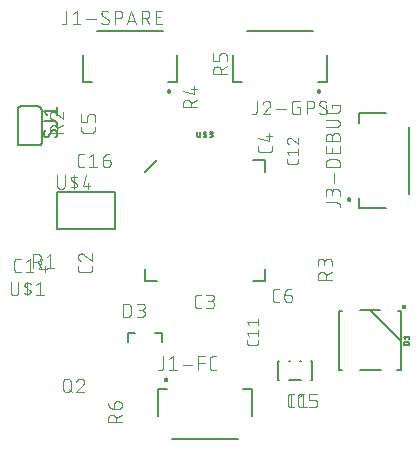
<source format=gbr>
G04 EAGLE Gerber RS-274X export*
G75*
%MOMM*%
%FSLAX34Y34*%
%LPD*%
%INSilkscreen Top*%
%IPPOS*%
%AMOC8*
5,1,8,0,0,1.08239X$1,22.5*%
G01*
%ADD10C,0.203200*%
%ADD11C,0.127000*%
%ADD12C,0.200000*%
%ADD13C,0.101600*%
%ADD14C,0.076200*%
%ADD15C,0.406400*%
%ADD16C,0.152400*%


D10*
X218800Y241500D02*
X228800Y241500D01*
X228800Y231500D01*
X228800Y149500D02*
X228800Y139500D01*
X218800Y139500D01*
X126800Y231500D02*
X136800Y241500D01*
X126800Y149500D02*
X126800Y139500D01*
X136800Y139500D01*
D11*
X171247Y262326D02*
X171247Y265811D01*
X171247Y262326D02*
X171249Y262255D01*
X171255Y262183D01*
X171264Y262113D01*
X171277Y262043D01*
X171294Y261973D01*
X171315Y261905D01*
X171339Y261838D01*
X171367Y261772D01*
X171398Y261708D01*
X171433Y261645D01*
X171471Y261585D01*
X171512Y261526D01*
X171556Y261470D01*
X171603Y261416D01*
X171652Y261365D01*
X171705Y261317D01*
X171760Y261271D01*
X171817Y261229D01*
X171877Y261189D01*
X171938Y261153D01*
X172002Y261120D01*
X172067Y261091D01*
X172133Y261065D01*
X172201Y261042D01*
X172270Y261023D01*
X172340Y261008D01*
X172410Y260997D01*
X172481Y260989D01*
X172552Y260985D01*
X172624Y260985D01*
X172695Y260989D01*
X172766Y260997D01*
X172836Y261008D01*
X172906Y261023D01*
X172975Y261042D01*
X173043Y261065D01*
X173109Y261091D01*
X173174Y261120D01*
X173238Y261153D01*
X173299Y261189D01*
X173359Y261229D01*
X173416Y261271D01*
X173471Y261317D01*
X173524Y261365D01*
X173573Y261416D01*
X173620Y261470D01*
X173664Y261526D01*
X173705Y261585D01*
X173743Y261645D01*
X173778Y261708D01*
X173809Y261772D01*
X173837Y261838D01*
X173861Y261905D01*
X173882Y261973D01*
X173899Y262043D01*
X173912Y262113D01*
X173921Y262183D01*
X173927Y262255D01*
X173929Y262326D01*
X173929Y265811D01*
X177891Y265811D02*
X177891Y260985D01*
X177891Y263398D02*
X177221Y263800D01*
X177174Y263830D01*
X177130Y263864D01*
X177088Y263900D01*
X177049Y263939D01*
X177012Y263980D01*
X176979Y264025D01*
X176949Y264071D01*
X176921Y264119D01*
X176898Y264169D01*
X176878Y264221D01*
X176861Y264274D01*
X176848Y264327D01*
X176839Y264382D01*
X176834Y264437D01*
X176832Y264493D01*
X176834Y264548D01*
X176840Y264603D01*
X176850Y264657D01*
X176864Y264711D01*
X176881Y264764D01*
X176902Y264815D01*
X176927Y264865D01*
X176954Y264913D01*
X176985Y264958D01*
X177020Y265002D01*
X177057Y265043D01*
X177096Y265082D01*
X177139Y265117D01*
X177184Y265150D01*
X177230Y265180D01*
X177279Y265206D01*
X177330Y265228D01*
X177382Y265248D01*
X177435Y265263D01*
X177489Y265275D01*
X177489Y265274D02*
X177578Y265289D01*
X177668Y265299D01*
X177758Y265306D01*
X177848Y265309D01*
X177938Y265308D01*
X178028Y265303D01*
X178117Y265295D01*
X178207Y265282D01*
X178295Y265266D01*
X178383Y265246D01*
X178470Y265223D01*
X178556Y265196D01*
X178640Y265165D01*
X178724Y265130D01*
X178805Y265092D01*
X178886Y265051D01*
X178964Y265006D01*
X177891Y263398D02*
X178562Y262996D01*
X178609Y262966D01*
X178653Y262932D01*
X178695Y262896D01*
X178734Y262857D01*
X178771Y262816D01*
X178804Y262771D01*
X178834Y262725D01*
X178862Y262677D01*
X178885Y262627D01*
X178905Y262575D01*
X178922Y262522D01*
X178935Y262469D01*
X178944Y262414D01*
X178949Y262359D01*
X178951Y262303D01*
X178949Y262248D01*
X178943Y262193D01*
X178933Y262139D01*
X178919Y262085D01*
X178902Y262032D01*
X178881Y261981D01*
X178856Y261931D01*
X178829Y261883D01*
X178798Y261837D01*
X178763Y261794D01*
X178726Y261753D01*
X178687Y261714D01*
X178644Y261679D01*
X178599Y261646D01*
X178552Y261616D01*
X178504Y261590D01*
X178453Y261568D01*
X178401Y261548D01*
X178348Y261533D01*
X178294Y261521D01*
X178294Y261522D02*
X178205Y261507D01*
X178115Y261497D01*
X178025Y261490D01*
X177935Y261487D01*
X177845Y261488D01*
X177755Y261493D01*
X177666Y261501D01*
X177576Y261514D01*
X177488Y261530D01*
X177400Y261550D01*
X177313Y261573D01*
X177227Y261600D01*
X177143Y261631D01*
X177059Y261666D01*
X176978Y261704D01*
X176898Y261745D01*
X176819Y261790D01*
X181672Y260985D02*
X183012Y260985D01*
X183083Y260987D01*
X183155Y260993D01*
X183225Y261002D01*
X183295Y261015D01*
X183365Y261032D01*
X183433Y261053D01*
X183500Y261077D01*
X183566Y261105D01*
X183630Y261136D01*
X183693Y261171D01*
X183753Y261209D01*
X183812Y261250D01*
X183868Y261294D01*
X183922Y261341D01*
X183973Y261390D01*
X184021Y261443D01*
X184067Y261498D01*
X184109Y261555D01*
X184149Y261615D01*
X184185Y261676D01*
X184218Y261740D01*
X184247Y261805D01*
X184273Y261871D01*
X184296Y261939D01*
X184315Y262008D01*
X184330Y262078D01*
X184341Y262148D01*
X184349Y262219D01*
X184353Y262290D01*
X184353Y262362D01*
X184349Y262433D01*
X184341Y262504D01*
X184330Y262574D01*
X184315Y262644D01*
X184296Y262713D01*
X184273Y262781D01*
X184247Y262847D01*
X184218Y262912D01*
X184185Y262976D01*
X184149Y263037D01*
X184109Y263097D01*
X184067Y263154D01*
X184021Y263209D01*
X183973Y263262D01*
X183922Y263311D01*
X183868Y263358D01*
X183812Y263402D01*
X183753Y263443D01*
X183693Y263481D01*
X183630Y263516D01*
X183566Y263547D01*
X183500Y263575D01*
X183433Y263599D01*
X183365Y263620D01*
X183295Y263637D01*
X183225Y263650D01*
X183155Y263659D01*
X183083Y263665D01*
X183012Y263667D01*
X183280Y265811D02*
X181672Y265811D01*
X183280Y265811D02*
X183345Y265809D01*
X183409Y265803D01*
X183473Y265793D01*
X183537Y265780D01*
X183599Y265762D01*
X183660Y265741D01*
X183720Y265717D01*
X183778Y265688D01*
X183835Y265656D01*
X183889Y265621D01*
X183941Y265583D01*
X183991Y265541D01*
X184038Y265497D01*
X184082Y265450D01*
X184124Y265400D01*
X184162Y265348D01*
X184197Y265294D01*
X184229Y265237D01*
X184258Y265179D01*
X184282Y265119D01*
X184303Y265058D01*
X184321Y264996D01*
X184334Y264932D01*
X184344Y264868D01*
X184350Y264804D01*
X184352Y264739D01*
X184350Y264674D01*
X184344Y264610D01*
X184334Y264546D01*
X184321Y264482D01*
X184303Y264420D01*
X184282Y264359D01*
X184258Y264299D01*
X184229Y264241D01*
X184197Y264184D01*
X184162Y264130D01*
X184124Y264078D01*
X184082Y264028D01*
X184038Y263981D01*
X183991Y263937D01*
X183941Y263895D01*
X183889Y263857D01*
X183835Y263822D01*
X183778Y263790D01*
X183720Y263761D01*
X183660Y263737D01*
X183599Y263716D01*
X183537Y263698D01*
X183473Y263685D01*
X183409Y263675D01*
X183345Y263669D01*
X183280Y263667D01*
X183280Y263666D02*
X182208Y263666D01*
X145800Y47550D02*
X137800Y47550D01*
X137800Y24800D01*
X209800Y47550D02*
X217800Y47550D01*
X217800Y24800D01*
X205800Y5050D02*
X149800Y5050D01*
D12*
X143800Y55800D02*
X143802Y55863D01*
X143808Y55925D01*
X143818Y55987D01*
X143831Y56049D01*
X143849Y56109D01*
X143870Y56168D01*
X143895Y56226D01*
X143924Y56282D01*
X143956Y56336D01*
X143991Y56388D01*
X144029Y56437D01*
X144071Y56485D01*
X144115Y56529D01*
X144163Y56571D01*
X144212Y56609D01*
X144264Y56644D01*
X144318Y56676D01*
X144374Y56705D01*
X144432Y56730D01*
X144491Y56751D01*
X144551Y56769D01*
X144613Y56782D01*
X144675Y56792D01*
X144737Y56798D01*
X144800Y56800D01*
X144863Y56798D01*
X144925Y56792D01*
X144987Y56782D01*
X145049Y56769D01*
X145109Y56751D01*
X145168Y56730D01*
X145226Y56705D01*
X145282Y56676D01*
X145336Y56644D01*
X145388Y56609D01*
X145437Y56571D01*
X145485Y56529D01*
X145529Y56485D01*
X145571Y56437D01*
X145609Y56388D01*
X145644Y56336D01*
X145676Y56282D01*
X145705Y56226D01*
X145730Y56168D01*
X145751Y56109D01*
X145769Y56049D01*
X145782Y55987D01*
X145792Y55925D01*
X145798Y55863D01*
X145800Y55800D01*
X145798Y55737D01*
X145792Y55675D01*
X145782Y55613D01*
X145769Y55551D01*
X145751Y55491D01*
X145730Y55432D01*
X145705Y55374D01*
X145676Y55318D01*
X145644Y55264D01*
X145609Y55212D01*
X145571Y55163D01*
X145529Y55115D01*
X145485Y55071D01*
X145437Y55029D01*
X145388Y54991D01*
X145336Y54956D01*
X145282Y54924D01*
X145226Y54895D01*
X145168Y54870D01*
X145109Y54849D01*
X145049Y54831D01*
X144987Y54818D01*
X144925Y54808D01*
X144863Y54802D01*
X144800Y54800D01*
X144737Y54802D01*
X144675Y54808D01*
X144613Y54818D01*
X144551Y54831D01*
X144491Y54849D01*
X144432Y54870D01*
X144374Y54895D01*
X144318Y54924D01*
X144264Y54956D01*
X144212Y54991D01*
X144163Y55029D01*
X144115Y55071D01*
X144071Y55115D01*
X144029Y55163D01*
X143991Y55212D01*
X143956Y55264D01*
X143924Y55318D01*
X143895Y55374D01*
X143870Y55432D01*
X143849Y55491D01*
X143831Y55551D01*
X143818Y55613D01*
X143808Y55675D01*
X143802Y55737D01*
X143800Y55800D01*
D13*
X142203Y66304D02*
X142203Y75392D01*
X142202Y66304D02*
X142200Y66205D01*
X142194Y66105D01*
X142185Y66006D01*
X142172Y65908D01*
X142155Y65810D01*
X142134Y65712D01*
X142109Y65616D01*
X142081Y65521D01*
X142049Y65427D01*
X142014Y65334D01*
X141975Y65242D01*
X141932Y65152D01*
X141887Y65064D01*
X141837Y64977D01*
X141785Y64893D01*
X141729Y64810D01*
X141671Y64730D01*
X141609Y64652D01*
X141544Y64577D01*
X141476Y64504D01*
X141406Y64434D01*
X141333Y64366D01*
X141258Y64301D01*
X141180Y64239D01*
X141100Y64181D01*
X141017Y64125D01*
X140933Y64073D01*
X140846Y64023D01*
X140758Y63978D01*
X140668Y63935D01*
X140576Y63896D01*
X140483Y63861D01*
X140389Y63829D01*
X140294Y63801D01*
X140198Y63776D01*
X140100Y63755D01*
X140002Y63738D01*
X139904Y63725D01*
X139805Y63716D01*
X139705Y63710D01*
X139606Y63708D01*
X138308Y63708D01*
X147476Y72796D02*
X150722Y75392D01*
X150722Y63708D01*
X153967Y63708D02*
X147476Y63708D01*
X159019Y68252D02*
X166808Y68252D01*
X172264Y63708D02*
X172264Y75392D01*
X177457Y75392D01*
X177457Y70199D02*
X172264Y70199D01*
X184329Y63708D02*
X186926Y63708D01*
X184329Y63708D02*
X184230Y63710D01*
X184130Y63716D01*
X184031Y63725D01*
X183933Y63738D01*
X183835Y63755D01*
X183737Y63776D01*
X183641Y63801D01*
X183546Y63829D01*
X183452Y63861D01*
X183359Y63896D01*
X183267Y63935D01*
X183177Y63978D01*
X183089Y64023D01*
X183002Y64073D01*
X182918Y64125D01*
X182835Y64181D01*
X182755Y64239D01*
X182677Y64301D01*
X182602Y64366D01*
X182529Y64434D01*
X182459Y64504D01*
X182391Y64577D01*
X182326Y64652D01*
X182264Y64730D01*
X182206Y64810D01*
X182150Y64893D01*
X182098Y64977D01*
X182048Y65064D01*
X182003Y65152D01*
X181960Y65242D01*
X181921Y65334D01*
X181886Y65427D01*
X181854Y65521D01*
X181826Y65616D01*
X181801Y65712D01*
X181780Y65810D01*
X181763Y65908D01*
X181750Y66006D01*
X181741Y66105D01*
X181735Y66205D01*
X181733Y66304D01*
X181733Y72796D01*
X181735Y72895D01*
X181741Y72995D01*
X181750Y73094D01*
X181763Y73192D01*
X181780Y73290D01*
X181801Y73388D01*
X181826Y73484D01*
X181854Y73579D01*
X181886Y73673D01*
X181921Y73766D01*
X181960Y73858D01*
X182003Y73948D01*
X182048Y74036D01*
X182098Y74123D01*
X182150Y74207D01*
X182206Y74290D01*
X182264Y74370D01*
X182326Y74448D01*
X182391Y74523D01*
X182459Y74596D01*
X182529Y74666D01*
X182602Y74734D01*
X182677Y74799D01*
X182755Y74861D01*
X182835Y74919D01*
X182918Y74975D01*
X183002Y75027D01*
X183089Y75077D01*
X183177Y75122D01*
X183267Y75165D01*
X183359Y75204D01*
X183451Y75239D01*
X183546Y75271D01*
X183641Y75299D01*
X183737Y75324D01*
X183835Y75345D01*
X183933Y75362D01*
X184031Y75375D01*
X184130Y75384D01*
X184230Y75390D01*
X184329Y75392D01*
X186926Y75392D01*
D11*
X273300Y308050D02*
X281300Y308050D01*
X281300Y330800D01*
X209300Y308050D02*
X201300Y308050D01*
X201300Y330800D01*
X213300Y350550D02*
X269300Y350550D01*
D12*
X273300Y299800D02*
X273302Y299863D01*
X273308Y299925D01*
X273318Y299987D01*
X273331Y300049D01*
X273349Y300109D01*
X273370Y300168D01*
X273395Y300226D01*
X273424Y300282D01*
X273456Y300336D01*
X273491Y300388D01*
X273529Y300437D01*
X273571Y300485D01*
X273615Y300529D01*
X273663Y300571D01*
X273712Y300609D01*
X273764Y300644D01*
X273818Y300676D01*
X273874Y300705D01*
X273932Y300730D01*
X273991Y300751D01*
X274051Y300769D01*
X274113Y300782D01*
X274175Y300792D01*
X274237Y300798D01*
X274300Y300800D01*
X274363Y300798D01*
X274425Y300792D01*
X274487Y300782D01*
X274549Y300769D01*
X274609Y300751D01*
X274668Y300730D01*
X274726Y300705D01*
X274782Y300676D01*
X274836Y300644D01*
X274888Y300609D01*
X274937Y300571D01*
X274985Y300529D01*
X275029Y300485D01*
X275071Y300437D01*
X275109Y300388D01*
X275144Y300336D01*
X275176Y300282D01*
X275205Y300226D01*
X275230Y300168D01*
X275251Y300109D01*
X275269Y300049D01*
X275282Y299987D01*
X275292Y299925D01*
X275298Y299863D01*
X275300Y299800D01*
X275298Y299737D01*
X275292Y299675D01*
X275282Y299613D01*
X275269Y299551D01*
X275251Y299491D01*
X275230Y299432D01*
X275205Y299374D01*
X275176Y299318D01*
X275144Y299264D01*
X275109Y299212D01*
X275071Y299163D01*
X275029Y299115D01*
X274985Y299071D01*
X274937Y299029D01*
X274888Y298991D01*
X274836Y298956D01*
X274782Y298924D01*
X274726Y298895D01*
X274668Y298870D01*
X274609Y298849D01*
X274549Y298831D01*
X274487Y298818D01*
X274425Y298808D01*
X274363Y298802D01*
X274300Y298800D01*
X274237Y298802D01*
X274175Y298808D01*
X274113Y298818D01*
X274051Y298831D01*
X273991Y298849D01*
X273932Y298870D01*
X273874Y298895D01*
X273818Y298924D01*
X273764Y298956D01*
X273712Y298991D01*
X273663Y299029D01*
X273615Y299071D01*
X273571Y299115D01*
X273529Y299163D01*
X273491Y299212D01*
X273456Y299264D01*
X273424Y299318D01*
X273395Y299374D01*
X273370Y299432D01*
X273349Y299491D01*
X273331Y299551D01*
X273318Y299613D01*
X273308Y299675D01*
X273302Y299737D01*
X273300Y299800D01*
D13*
X221403Y291892D02*
X221403Y282804D01*
X221402Y282804D02*
X221400Y282705D01*
X221394Y282605D01*
X221385Y282506D01*
X221372Y282408D01*
X221355Y282310D01*
X221334Y282212D01*
X221309Y282116D01*
X221281Y282021D01*
X221249Y281927D01*
X221214Y281834D01*
X221175Y281742D01*
X221132Y281652D01*
X221087Y281564D01*
X221037Y281477D01*
X220985Y281393D01*
X220929Y281310D01*
X220871Y281230D01*
X220809Y281152D01*
X220744Y281077D01*
X220676Y281004D01*
X220606Y280934D01*
X220533Y280866D01*
X220458Y280801D01*
X220380Y280739D01*
X220300Y280681D01*
X220217Y280625D01*
X220133Y280573D01*
X220046Y280523D01*
X219958Y280478D01*
X219868Y280435D01*
X219776Y280396D01*
X219683Y280361D01*
X219589Y280329D01*
X219494Y280301D01*
X219398Y280276D01*
X219300Y280255D01*
X219202Y280238D01*
X219104Y280225D01*
X219005Y280216D01*
X218905Y280210D01*
X218806Y280208D01*
X217508Y280208D01*
X230246Y291892D02*
X230353Y291890D01*
X230459Y291884D01*
X230565Y291874D01*
X230671Y291861D01*
X230777Y291843D01*
X230881Y291822D01*
X230985Y291797D01*
X231088Y291768D01*
X231189Y291736D01*
X231289Y291699D01*
X231388Y291659D01*
X231486Y291616D01*
X231582Y291569D01*
X231676Y291518D01*
X231768Y291464D01*
X231858Y291407D01*
X231946Y291347D01*
X232031Y291283D01*
X232114Y291216D01*
X232195Y291146D01*
X232273Y291074D01*
X232349Y290998D01*
X232421Y290920D01*
X232491Y290839D01*
X232558Y290756D01*
X232622Y290671D01*
X232682Y290583D01*
X232739Y290493D01*
X232793Y290401D01*
X232844Y290307D01*
X232891Y290211D01*
X232934Y290113D01*
X232974Y290014D01*
X233011Y289914D01*
X233043Y289813D01*
X233072Y289710D01*
X233097Y289606D01*
X233118Y289502D01*
X233136Y289396D01*
X233149Y289290D01*
X233159Y289184D01*
X233165Y289078D01*
X233167Y288971D01*
X230246Y291892D02*
X230125Y291890D01*
X230004Y291884D01*
X229884Y291874D01*
X229763Y291861D01*
X229644Y291843D01*
X229524Y291822D01*
X229406Y291797D01*
X229289Y291768D01*
X229172Y291735D01*
X229057Y291699D01*
X228943Y291658D01*
X228830Y291615D01*
X228718Y291567D01*
X228609Y291516D01*
X228501Y291461D01*
X228394Y291403D01*
X228290Y291342D01*
X228188Y291277D01*
X228088Y291209D01*
X227990Y291138D01*
X227894Y291064D01*
X227801Y290987D01*
X227711Y290906D01*
X227623Y290823D01*
X227538Y290737D01*
X227455Y290648D01*
X227376Y290557D01*
X227299Y290463D01*
X227226Y290367D01*
X227156Y290269D01*
X227089Y290168D01*
X227025Y290065D01*
X226965Y289960D01*
X226908Y289853D01*
X226854Y289745D01*
X226804Y289635D01*
X226758Y289523D01*
X226715Y289410D01*
X226676Y289295D01*
X232194Y286699D02*
X232273Y286776D01*
X232349Y286857D01*
X232422Y286940D01*
X232492Y287025D01*
X232559Y287113D01*
X232623Y287203D01*
X232683Y287295D01*
X232740Y287390D01*
X232794Y287486D01*
X232845Y287584D01*
X232892Y287684D01*
X232936Y287786D01*
X232976Y287889D01*
X233012Y287993D01*
X233044Y288099D01*
X233073Y288205D01*
X233098Y288313D01*
X233120Y288421D01*
X233137Y288531D01*
X233151Y288640D01*
X233160Y288750D01*
X233166Y288861D01*
X233168Y288971D01*
X232193Y286699D02*
X226676Y280208D01*
X233167Y280208D01*
X238219Y284752D02*
X246008Y284752D01*
X255985Y286699D02*
X257932Y286699D01*
X257932Y280208D01*
X254037Y280208D01*
X253938Y280210D01*
X253838Y280216D01*
X253739Y280225D01*
X253641Y280238D01*
X253543Y280255D01*
X253445Y280276D01*
X253349Y280301D01*
X253254Y280329D01*
X253160Y280361D01*
X253067Y280396D01*
X252975Y280435D01*
X252885Y280478D01*
X252797Y280523D01*
X252710Y280573D01*
X252626Y280625D01*
X252543Y280681D01*
X252463Y280739D01*
X252385Y280801D01*
X252310Y280866D01*
X252237Y280934D01*
X252167Y281004D01*
X252099Y281077D01*
X252034Y281152D01*
X251972Y281230D01*
X251914Y281310D01*
X251858Y281393D01*
X251806Y281477D01*
X251756Y281564D01*
X251711Y281652D01*
X251668Y281742D01*
X251629Y281834D01*
X251594Y281927D01*
X251562Y282021D01*
X251534Y282116D01*
X251509Y282212D01*
X251488Y282310D01*
X251471Y282408D01*
X251458Y282506D01*
X251449Y282605D01*
X251443Y282705D01*
X251441Y282804D01*
X251441Y289296D01*
X251443Y289395D01*
X251449Y289495D01*
X251458Y289594D01*
X251471Y289692D01*
X251488Y289790D01*
X251509Y289888D01*
X251534Y289984D01*
X251562Y290079D01*
X251594Y290173D01*
X251629Y290266D01*
X251668Y290358D01*
X251711Y290448D01*
X251756Y290536D01*
X251806Y290623D01*
X251858Y290707D01*
X251914Y290790D01*
X251972Y290870D01*
X252034Y290948D01*
X252099Y291023D01*
X252167Y291096D01*
X252237Y291166D01*
X252310Y291234D01*
X252385Y291299D01*
X252463Y291361D01*
X252543Y291419D01*
X252626Y291475D01*
X252710Y291527D01*
X252797Y291577D01*
X252885Y291622D01*
X252975Y291665D01*
X253067Y291704D01*
X253159Y291739D01*
X253254Y291771D01*
X253349Y291799D01*
X253445Y291824D01*
X253543Y291845D01*
X253641Y291862D01*
X253739Y291875D01*
X253838Y291884D01*
X253938Y291890D01*
X254037Y291892D01*
X257932Y291892D01*
X263802Y291892D02*
X263802Y280208D01*
X263802Y291892D02*
X267048Y291892D01*
X267161Y291890D01*
X267274Y291884D01*
X267387Y291874D01*
X267500Y291860D01*
X267612Y291843D01*
X267723Y291821D01*
X267833Y291796D01*
X267943Y291766D01*
X268051Y291733D01*
X268158Y291696D01*
X268264Y291656D01*
X268368Y291611D01*
X268471Y291563D01*
X268572Y291512D01*
X268671Y291457D01*
X268768Y291399D01*
X268863Y291337D01*
X268956Y291272D01*
X269046Y291204D01*
X269134Y291133D01*
X269220Y291058D01*
X269303Y290981D01*
X269383Y290901D01*
X269460Y290818D01*
X269535Y290732D01*
X269606Y290644D01*
X269674Y290554D01*
X269739Y290461D01*
X269801Y290366D01*
X269859Y290269D01*
X269914Y290170D01*
X269965Y290069D01*
X270013Y289966D01*
X270058Y289862D01*
X270098Y289756D01*
X270135Y289649D01*
X270168Y289541D01*
X270198Y289431D01*
X270223Y289321D01*
X270245Y289210D01*
X270262Y289098D01*
X270276Y288985D01*
X270286Y288872D01*
X270292Y288759D01*
X270294Y288646D01*
X270292Y288533D01*
X270286Y288420D01*
X270276Y288307D01*
X270262Y288194D01*
X270245Y288082D01*
X270223Y287971D01*
X270198Y287861D01*
X270168Y287751D01*
X270135Y287643D01*
X270098Y287536D01*
X270058Y287430D01*
X270013Y287326D01*
X269965Y287223D01*
X269914Y287122D01*
X269859Y287023D01*
X269801Y286926D01*
X269739Y286831D01*
X269674Y286738D01*
X269606Y286648D01*
X269535Y286560D01*
X269460Y286474D01*
X269383Y286391D01*
X269303Y286311D01*
X269220Y286234D01*
X269134Y286159D01*
X269046Y286088D01*
X268956Y286020D01*
X268863Y285955D01*
X268768Y285893D01*
X268671Y285835D01*
X268572Y285780D01*
X268471Y285729D01*
X268368Y285681D01*
X268264Y285636D01*
X268158Y285596D01*
X268051Y285559D01*
X267943Y285526D01*
X267833Y285496D01*
X267723Y285471D01*
X267612Y285449D01*
X267500Y285432D01*
X267387Y285418D01*
X267274Y285408D01*
X267161Y285402D01*
X267048Y285400D01*
X267048Y285401D02*
X263802Y285401D01*
X278196Y280208D02*
X278295Y280210D01*
X278395Y280216D01*
X278494Y280225D01*
X278592Y280238D01*
X278690Y280255D01*
X278788Y280276D01*
X278884Y280301D01*
X278979Y280329D01*
X279073Y280361D01*
X279166Y280396D01*
X279258Y280435D01*
X279348Y280478D01*
X279436Y280523D01*
X279523Y280573D01*
X279607Y280625D01*
X279690Y280681D01*
X279770Y280739D01*
X279848Y280801D01*
X279923Y280866D01*
X279996Y280934D01*
X280066Y281004D01*
X280134Y281077D01*
X280199Y281152D01*
X280261Y281230D01*
X280319Y281310D01*
X280375Y281393D01*
X280427Y281477D01*
X280477Y281564D01*
X280522Y281652D01*
X280565Y281742D01*
X280604Y281834D01*
X280639Y281927D01*
X280671Y282021D01*
X280699Y282116D01*
X280724Y282212D01*
X280745Y282310D01*
X280762Y282408D01*
X280775Y282506D01*
X280784Y282605D01*
X280790Y282705D01*
X280792Y282804D01*
X278196Y280208D02*
X278052Y280210D01*
X277907Y280216D01*
X277763Y280225D01*
X277620Y280238D01*
X277476Y280255D01*
X277333Y280276D01*
X277191Y280301D01*
X277050Y280329D01*
X276909Y280361D01*
X276769Y280397D01*
X276630Y280436D01*
X276492Y280479D01*
X276356Y280526D01*
X276220Y280576D01*
X276086Y280630D01*
X275954Y280687D01*
X275823Y280748D01*
X275694Y280812D01*
X275566Y280880D01*
X275440Y280950D01*
X275316Y281025D01*
X275195Y281102D01*
X275075Y281183D01*
X274957Y281266D01*
X274842Y281353D01*
X274729Y281443D01*
X274618Y281536D01*
X274510Y281631D01*
X274404Y281730D01*
X274301Y281831D01*
X274626Y289296D02*
X274628Y289395D01*
X274634Y289495D01*
X274643Y289594D01*
X274656Y289692D01*
X274673Y289790D01*
X274694Y289888D01*
X274719Y289984D01*
X274747Y290079D01*
X274779Y290173D01*
X274814Y290266D01*
X274853Y290358D01*
X274896Y290448D01*
X274941Y290536D01*
X274991Y290623D01*
X275043Y290707D01*
X275099Y290790D01*
X275157Y290870D01*
X275219Y290948D01*
X275284Y291023D01*
X275352Y291096D01*
X275422Y291166D01*
X275495Y291234D01*
X275570Y291299D01*
X275648Y291361D01*
X275728Y291419D01*
X275811Y291475D01*
X275895Y291527D01*
X275982Y291577D01*
X276070Y291622D01*
X276160Y291665D01*
X276252Y291704D01*
X276345Y291739D01*
X276439Y291771D01*
X276534Y291799D01*
X276631Y291824D01*
X276728Y291845D01*
X276826Y291862D01*
X276924Y291875D01*
X277023Y291884D01*
X277123Y291890D01*
X277222Y291892D01*
X277358Y291890D01*
X277494Y291884D01*
X277630Y291875D01*
X277766Y291862D01*
X277901Y291844D01*
X278035Y291824D01*
X278169Y291799D01*
X278303Y291771D01*
X278435Y291738D01*
X278566Y291703D01*
X278697Y291663D01*
X278826Y291620D01*
X278954Y291574D01*
X279080Y291523D01*
X279206Y291470D01*
X279329Y291412D01*
X279451Y291352D01*
X279571Y291288D01*
X279690Y291220D01*
X279806Y291150D01*
X279920Y291076D01*
X280033Y290999D01*
X280143Y290918D01*
X275923Y287024D02*
X275837Y287077D01*
X275753Y287134D01*
X275671Y287193D01*
X275591Y287256D01*
X275514Y287322D01*
X275439Y287390D01*
X275367Y287462D01*
X275298Y287536D01*
X275232Y287613D01*
X275169Y287692D01*
X275109Y287774D01*
X275052Y287858D01*
X274998Y287944D01*
X274948Y288032D01*
X274901Y288122D01*
X274857Y288213D01*
X274818Y288307D01*
X274781Y288401D01*
X274749Y288497D01*
X274720Y288595D01*
X274695Y288693D01*
X274674Y288792D01*
X274656Y288892D01*
X274643Y288992D01*
X274633Y289093D01*
X274627Y289195D01*
X274625Y289296D01*
X279494Y285076D02*
X279580Y285023D01*
X279664Y284966D01*
X279746Y284907D01*
X279826Y284844D01*
X279903Y284778D01*
X279978Y284710D01*
X280050Y284638D01*
X280119Y284564D01*
X280185Y284487D01*
X280248Y284408D01*
X280308Y284326D01*
X280365Y284242D01*
X280419Y284156D01*
X280469Y284068D01*
X280516Y283978D01*
X280560Y283887D01*
X280599Y283793D01*
X280636Y283699D01*
X280668Y283603D01*
X280697Y283505D01*
X280722Y283407D01*
X280743Y283308D01*
X280761Y283208D01*
X280774Y283108D01*
X280784Y283007D01*
X280790Y282905D01*
X280792Y282804D01*
X279494Y285076D02*
X275924Y287024D01*
D11*
X308050Y209300D02*
X308050Y201300D01*
X330800Y201300D01*
X308050Y273300D02*
X308050Y281300D01*
X330800Y281300D01*
X350550Y269300D02*
X350550Y213300D01*
D12*
X298800Y208300D02*
X298802Y208363D01*
X298808Y208425D01*
X298818Y208487D01*
X298831Y208549D01*
X298849Y208609D01*
X298870Y208668D01*
X298895Y208726D01*
X298924Y208782D01*
X298956Y208836D01*
X298991Y208888D01*
X299029Y208937D01*
X299071Y208985D01*
X299115Y209029D01*
X299163Y209071D01*
X299212Y209109D01*
X299264Y209144D01*
X299318Y209176D01*
X299374Y209205D01*
X299432Y209230D01*
X299491Y209251D01*
X299551Y209269D01*
X299613Y209282D01*
X299675Y209292D01*
X299737Y209298D01*
X299800Y209300D01*
X299863Y209298D01*
X299925Y209292D01*
X299987Y209282D01*
X300049Y209269D01*
X300109Y209251D01*
X300168Y209230D01*
X300226Y209205D01*
X300282Y209176D01*
X300336Y209144D01*
X300388Y209109D01*
X300437Y209071D01*
X300485Y209029D01*
X300529Y208985D01*
X300571Y208937D01*
X300609Y208888D01*
X300644Y208836D01*
X300676Y208782D01*
X300705Y208726D01*
X300730Y208668D01*
X300751Y208609D01*
X300769Y208549D01*
X300782Y208487D01*
X300792Y208425D01*
X300798Y208363D01*
X300800Y208300D01*
X300798Y208237D01*
X300792Y208175D01*
X300782Y208113D01*
X300769Y208051D01*
X300751Y207991D01*
X300730Y207932D01*
X300705Y207874D01*
X300676Y207818D01*
X300644Y207764D01*
X300609Y207712D01*
X300571Y207663D01*
X300529Y207615D01*
X300485Y207571D01*
X300437Y207529D01*
X300388Y207491D01*
X300336Y207456D01*
X300282Y207424D01*
X300226Y207395D01*
X300168Y207370D01*
X300109Y207349D01*
X300049Y207331D01*
X299987Y207318D01*
X299925Y207308D01*
X299863Y207302D01*
X299800Y207300D01*
X299737Y207302D01*
X299675Y207308D01*
X299613Y207318D01*
X299551Y207331D01*
X299491Y207349D01*
X299432Y207370D01*
X299374Y207395D01*
X299318Y207424D01*
X299264Y207456D01*
X299212Y207491D01*
X299163Y207529D01*
X299115Y207571D01*
X299071Y207615D01*
X299029Y207663D01*
X298991Y207712D01*
X298956Y207764D01*
X298924Y207818D01*
X298895Y207874D01*
X298870Y207932D01*
X298849Y207991D01*
X298831Y208051D01*
X298818Y208113D01*
X298808Y208175D01*
X298802Y208237D01*
X298800Y208300D01*
D13*
X289296Y205703D02*
X280208Y205703D01*
X289296Y205702D02*
X289395Y205700D01*
X289495Y205694D01*
X289594Y205685D01*
X289692Y205672D01*
X289790Y205655D01*
X289888Y205634D01*
X289984Y205609D01*
X290079Y205581D01*
X290173Y205549D01*
X290266Y205514D01*
X290358Y205475D01*
X290448Y205432D01*
X290536Y205387D01*
X290623Y205337D01*
X290707Y205285D01*
X290790Y205229D01*
X290870Y205171D01*
X290948Y205109D01*
X291023Y205044D01*
X291096Y204976D01*
X291166Y204906D01*
X291234Y204833D01*
X291299Y204758D01*
X291361Y204680D01*
X291419Y204600D01*
X291475Y204517D01*
X291527Y204433D01*
X291577Y204346D01*
X291622Y204258D01*
X291665Y204168D01*
X291704Y204076D01*
X291739Y203983D01*
X291771Y203889D01*
X291799Y203794D01*
X291824Y203698D01*
X291845Y203600D01*
X291862Y203502D01*
X291875Y203404D01*
X291884Y203305D01*
X291890Y203205D01*
X291892Y203106D01*
X291892Y201808D01*
X291892Y210976D02*
X291892Y214222D01*
X291890Y214335D01*
X291884Y214448D01*
X291874Y214561D01*
X291860Y214674D01*
X291843Y214786D01*
X291821Y214897D01*
X291796Y215007D01*
X291766Y215117D01*
X291733Y215225D01*
X291696Y215332D01*
X291656Y215438D01*
X291611Y215542D01*
X291563Y215645D01*
X291512Y215746D01*
X291457Y215845D01*
X291399Y215942D01*
X291337Y216037D01*
X291272Y216130D01*
X291204Y216220D01*
X291133Y216308D01*
X291058Y216394D01*
X290981Y216477D01*
X290901Y216557D01*
X290818Y216634D01*
X290732Y216709D01*
X290644Y216780D01*
X290554Y216848D01*
X290461Y216913D01*
X290366Y216975D01*
X290269Y217033D01*
X290170Y217088D01*
X290069Y217139D01*
X289966Y217187D01*
X289862Y217232D01*
X289756Y217272D01*
X289649Y217309D01*
X289541Y217342D01*
X289431Y217372D01*
X289321Y217397D01*
X289210Y217419D01*
X289098Y217436D01*
X288985Y217450D01*
X288872Y217460D01*
X288759Y217466D01*
X288646Y217468D01*
X288533Y217466D01*
X288420Y217460D01*
X288307Y217450D01*
X288194Y217436D01*
X288082Y217419D01*
X287971Y217397D01*
X287861Y217372D01*
X287751Y217342D01*
X287643Y217309D01*
X287536Y217272D01*
X287430Y217232D01*
X287326Y217187D01*
X287223Y217139D01*
X287122Y217088D01*
X287023Y217033D01*
X286926Y216975D01*
X286831Y216913D01*
X286738Y216848D01*
X286648Y216780D01*
X286560Y216709D01*
X286474Y216634D01*
X286391Y216557D01*
X286311Y216477D01*
X286234Y216394D01*
X286159Y216308D01*
X286088Y216220D01*
X286020Y216130D01*
X285955Y216037D01*
X285893Y215942D01*
X285835Y215845D01*
X285780Y215746D01*
X285729Y215645D01*
X285681Y215542D01*
X285636Y215438D01*
X285596Y215332D01*
X285559Y215225D01*
X285526Y215117D01*
X285496Y215007D01*
X285471Y214897D01*
X285449Y214786D01*
X285432Y214674D01*
X285418Y214561D01*
X285408Y214448D01*
X285402Y214335D01*
X285400Y214222D01*
X280208Y214871D02*
X280208Y210976D01*
X280208Y214871D02*
X280210Y214972D01*
X280216Y215072D01*
X280226Y215172D01*
X280239Y215272D01*
X280257Y215371D01*
X280278Y215470D01*
X280303Y215567D01*
X280332Y215664D01*
X280365Y215759D01*
X280401Y215853D01*
X280441Y215945D01*
X280484Y216036D01*
X280531Y216125D01*
X280581Y216212D01*
X280635Y216298D01*
X280692Y216381D01*
X280752Y216461D01*
X280815Y216540D01*
X280882Y216616D01*
X280951Y216689D01*
X281023Y216759D01*
X281097Y216827D01*
X281174Y216892D01*
X281254Y216953D01*
X281336Y217012D01*
X281420Y217067D01*
X281506Y217119D01*
X281594Y217168D01*
X281684Y217213D01*
X281776Y217255D01*
X281869Y217293D01*
X281964Y217327D01*
X282059Y217358D01*
X282156Y217385D01*
X282254Y217408D01*
X282353Y217428D01*
X282453Y217443D01*
X282553Y217455D01*
X282653Y217463D01*
X282754Y217467D01*
X282854Y217467D01*
X282955Y217463D01*
X283055Y217455D01*
X283155Y217443D01*
X283255Y217428D01*
X283354Y217408D01*
X283452Y217385D01*
X283549Y217358D01*
X283644Y217327D01*
X283739Y217293D01*
X283832Y217255D01*
X283924Y217213D01*
X284014Y217168D01*
X284102Y217119D01*
X284188Y217067D01*
X284272Y217012D01*
X284354Y216953D01*
X284434Y216892D01*
X284511Y216827D01*
X284585Y216759D01*
X284657Y216689D01*
X284726Y216616D01*
X284793Y216540D01*
X284856Y216461D01*
X284916Y216381D01*
X284973Y216298D01*
X285027Y216212D01*
X285077Y216125D01*
X285124Y216036D01*
X285167Y215945D01*
X285207Y215853D01*
X285243Y215759D01*
X285276Y215664D01*
X285305Y215567D01*
X285330Y215470D01*
X285351Y215371D01*
X285369Y215272D01*
X285382Y215172D01*
X285392Y215072D01*
X285398Y214972D01*
X285400Y214871D01*
X285401Y214871D02*
X285401Y212274D01*
X287348Y222519D02*
X287348Y230308D01*
X291892Y235741D02*
X280208Y235741D01*
X280208Y238987D01*
X280210Y239100D01*
X280216Y239213D01*
X280226Y239326D01*
X280240Y239439D01*
X280257Y239551D01*
X280279Y239662D01*
X280304Y239772D01*
X280334Y239882D01*
X280367Y239990D01*
X280404Y240097D01*
X280444Y240203D01*
X280489Y240307D01*
X280537Y240410D01*
X280588Y240511D01*
X280643Y240610D01*
X280701Y240707D01*
X280763Y240802D01*
X280828Y240895D01*
X280896Y240985D01*
X280967Y241073D01*
X281042Y241159D01*
X281119Y241242D01*
X281199Y241322D01*
X281282Y241399D01*
X281368Y241474D01*
X281456Y241545D01*
X281546Y241613D01*
X281639Y241678D01*
X281734Y241740D01*
X281831Y241798D01*
X281930Y241853D01*
X282031Y241904D01*
X282134Y241952D01*
X282238Y241997D01*
X282344Y242037D01*
X282451Y242074D01*
X282559Y242107D01*
X282669Y242137D01*
X282779Y242162D01*
X282890Y242184D01*
X283002Y242201D01*
X283115Y242215D01*
X283228Y242225D01*
X283341Y242231D01*
X283454Y242233D01*
X283454Y242232D02*
X288646Y242232D01*
X288646Y242233D02*
X288759Y242231D01*
X288872Y242225D01*
X288985Y242215D01*
X289098Y242201D01*
X289210Y242184D01*
X289321Y242162D01*
X289431Y242137D01*
X289541Y242107D01*
X289649Y242074D01*
X289756Y242037D01*
X289862Y241997D01*
X289966Y241952D01*
X290069Y241904D01*
X290170Y241853D01*
X290269Y241798D01*
X290366Y241740D01*
X290461Y241678D01*
X290554Y241613D01*
X290644Y241545D01*
X290732Y241474D01*
X290818Y241399D01*
X290901Y241322D01*
X290981Y241242D01*
X291058Y241159D01*
X291133Y241073D01*
X291204Y240985D01*
X291272Y240895D01*
X291337Y240802D01*
X291399Y240707D01*
X291457Y240610D01*
X291512Y240511D01*
X291563Y240410D01*
X291611Y240307D01*
X291656Y240203D01*
X291696Y240097D01*
X291733Y239990D01*
X291766Y239882D01*
X291796Y239772D01*
X291821Y239662D01*
X291843Y239551D01*
X291860Y239439D01*
X291874Y239326D01*
X291884Y239213D01*
X291890Y239100D01*
X291892Y238987D01*
X291892Y235741D01*
X291892Y247956D02*
X291892Y253148D01*
X291892Y247956D02*
X280208Y247956D01*
X280208Y253148D01*
X285401Y251850D02*
X285401Y247956D01*
X285401Y258008D02*
X285401Y261254D01*
X285400Y261254D02*
X285402Y261367D01*
X285408Y261480D01*
X285418Y261593D01*
X285432Y261706D01*
X285449Y261818D01*
X285471Y261929D01*
X285496Y262039D01*
X285526Y262149D01*
X285559Y262257D01*
X285596Y262364D01*
X285636Y262470D01*
X285681Y262574D01*
X285729Y262677D01*
X285780Y262778D01*
X285835Y262877D01*
X285893Y262974D01*
X285955Y263069D01*
X286020Y263162D01*
X286088Y263252D01*
X286159Y263340D01*
X286234Y263426D01*
X286311Y263509D01*
X286391Y263589D01*
X286474Y263666D01*
X286560Y263741D01*
X286648Y263812D01*
X286738Y263880D01*
X286831Y263945D01*
X286926Y264007D01*
X287023Y264065D01*
X287122Y264120D01*
X287223Y264171D01*
X287326Y264219D01*
X287430Y264264D01*
X287536Y264304D01*
X287643Y264341D01*
X287751Y264374D01*
X287861Y264404D01*
X287971Y264429D01*
X288082Y264451D01*
X288194Y264468D01*
X288307Y264482D01*
X288420Y264492D01*
X288533Y264498D01*
X288646Y264500D01*
X288759Y264498D01*
X288872Y264492D01*
X288985Y264482D01*
X289098Y264468D01*
X289210Y264451D01*
X289321Y264429D01*
X289431Y264404D01*
X289541Y264374D01*
X289649Y264341D01*
X289756Y264304D01*
X289862Y264264D01*
X289966Y264219D01*
X290069Y264171D01*
X290170Y264120D01*
X290269Y264065D01*
X290366Y264007D01*
X290461Y263945D01*
X290554Y263880D01*
X290644Y263812D01*
X290732Y263741D01*
X290818Y263666D01*
X290901Y263589D01*
X290981Y263509D01*
X291058Y263426D01*
X291133Y263340D01*
X291204Y263252D01*
X291272Y263162D01*
X291337Y263069D01*
X291399Y262974D01*
X291457Y262877D01*
X291512Y262778D01*
X291563Y262677D01*
X291611Y262574D01*
X291656Y262470D01*
X291696Y262364D01*
X291733Y262257D01*
X291766Y262149D01*
X291796Y262039D01*
X291821Y261929D01*
X291843Y261818D01*
X291860Y261706D01*
X291874Y261593D01*
X291884Y261480D01*
X291890Y261367D01*
X291892Y261254D01*
X291892Y258008D01*
X280208Y258008D01*
X280208Y261254D01*
X280210Y261355D01*
X280216Y261455D01*
X280226Y261555D01*
X280239Y261655D01*
X280257Y261754D01*
X280278Y261853D01*
X280303Y261950D01*
X280332Y262047D01*
X280365Y262142D01*
X280401Y262236D01*
X280441Y262328D01*
X280484Y262419D01*
X280531Y262508D01*
X280581Y262595D01*
X280635Y262681D01*
X280692Y262764D01*
X280752Y262844D01*
X280815Y262923D01*
X280882Y262999D01*
X280951Y263072D01*
X281023Y263142D01*
X281097Y263210D01*
X281174Y263275D01*
X281254Y263336D01*
X281336Y263395D01*
X281420Y263450D01*
X281506Y263502D01*
X281594Y263551D01*
X281684Y263596D01*
X281776Y263638D01*
X281869Y263676D01*
X281964Y263710D01*
X282059Y263741D01*
X282156Y263768D01*
X282254Y263791D01*
X282353Y263811D01*
X282453Y263826D01*
X282553Y263838D01*
X282653Y263846D01*
X282754Y263850D01*
X282854Y263850D01*
X282955Y263846D01*
X283055Y263838D01*
X283155Y263826D01*
X283255Y263811D01*
X283354Y263791D01*
X283452Y263768D01*
X283549Y263741D01*
X283644Y263710D01*
X283739Y263676D01*
X283832Y263638D01*
X283924Y263596D01*
X284014Y263551D01*
X284102Y263502D01*
X284188Y263450D01*
X284272Y263395D01*
X284354Y263336D01*
X284434Y263275D01*
X284511Y263210D01*
X284585Y263142D01*
X284657Y263072D01*
X284726Y262999D01*
X284793Y262923D01*
X284856Y262844D01*
X284916Y262764D01*
X284973Y262681D01*
X285027Y262595D01*
X285077Y262508D01*
X285124Y262419D01*
X285167Y262328D01*
X285207Y262236D01*
X285243Y262142D01*
X285276Y262047D01*
X285305Y261950D01*
X285330Y261853D01*
X285351Y261754D01*
X285369Y261655D01*
X285382Y261555D01*
X285392Y261455D01*
X285398Y261355D01*
X285400Y261254D01*
X288646Y269269D02*
X280208Y269269D01*
X288646Y269269D02*
X288759Y269271D01*
X288872Y269277D01*
X288985Y269287D01*
X289098Y269301D01*
X289210Y269318D01*
X289321Y269340D01*
X289431Y269365D01*
X289541Y269395D01*
X289649Y269428D01*
X289756Y269465D01*
X289862Y269505D01*
X289966Y269550D01*
X290069Y269598D01*
X290170Y269649D01*
X290269Y269704D01*
X290366Y269762D01*
X290461Y269824D01*
X290554Y269889D01*
X290644Y269957D01*
X290732Y270028D01*
X290818Y270103D01*
X290901Y270180D01*
X290981Y270260D01*
X291058Y270343D01*
X291133Y270429D01*
X291204Y270517D01*
X291272Y270607D01*
X291337Y270700D01*
X291399Y270795D01*
X291457Y270892D01*
X291512Y270991D01*
X291563Y271092D01*
X291611Y271195D01*
X291656Y271299D01*
X291696Y271405D01*
X291733Y271512D01*
X291766Y271620D01*
X291796Y271730D01*
X291821Y271840D01*
X291843Y271951D01*
X291860Y272063D01*
X291874Y272176D01*
X291884Y272289D01*
X291890Y272402D01*
X291892Y272515D01*
X291890Y272628D01*
X291884Y272741D01*
X291874Y272854D01*
X291860Y272967D01*
X291843Y273079D01*
X291821Y273190D01*
X291796Y273300D01*
X291766Y273410D01*
X291733Y273518D01*
X291696Y273625D01*
X291656Y273731D01*
X291611Y273835D01*
X291563Y273938D01*
X291512Y274039D01*
X291457Y274138D01*
X291399Y274235D01*
X291337Y274330D01*
X291272Y274423D01*
X291204Y274513D01*
X291133Y274601D01*
X291058Y274687D01*
X290981Y274770D01*
X290901Y274850D01*
X290818Y274927D01*
X290732Y275002D01*
X290644Y275073D01*
X290554Y275141D01*
X290461Y275206D01*
X290366Y275268D01*
X290269Y275326D01*
X290170Y275381D01*
X290069Y275432D01*
X289966Y275480D01*
X289862Y275525D01*
X289756Y275565D01*
X289649Y275602D01*
X289541Y275635D01*
X289431Y275665D01*
X289321Y275690D01*
X289210Y275712D01*
X289098Y275729D01*
X288985Y275743D01*
X288872Y275753D01*
X288759Y275759D01*
X288646Y275761D01*
X288646Y275760D02*
X280208Y275760D01*
X285401Y286005D02*
X285401Y287952D01*
X291892Y287952D01*
X291892Y284057D01*
X291890Y283958D01*
X291884Y283858D01*
X291875Y283759D01*
X291862Y283661D01*
X291845Y283563D01*
X291824Y283465D01*
X291799Y283369D01*
X291771Y283274D01*
X291739Y283180D01*
X291704Y283087D01*
X291665Y282995D01*
X291622Y282905D01*
X291577Y282817D01*
X291527Y282730D01*
X291475Y282646D01*
X291419Y282563D01*
X291361Y282483D01*
X291299Y282405D01*
X291234Y282330D01*
X291166Y282257D01*
X291096Y282187D01*
X291023Y282119D01*
X290948Y282054D01*
X290870Y281992D01*
X290790Y281934D01*
X290707Y281878D01*
X290623Y281826D01*
X290536Y281776D01*
X290448Y281731D01*
X290358Y281688D01*
X290266Y281649D01*
X290173Y281614D01*
X290079Y281582D01*
X289984Y281554D01*
X289888Y281529D01*
X289790Y281508D01*
X289692Y281491D01*
X289594Y281478D01*
X289495Y281469D01*
X289395Y281463D01*
X289296Y281461D01*
X282804Y281461D01*
X282804Y281460D02*
X282705Y281462D01*
X282605Y281468D01*
X282506Y281477D01*
X282408Y281490D01*
X282310Y281508D01*
X282212Y281528D01*
X282116Y281553D01*
X282020Y281581D01*
X281926Y281613D01*
X281833Y281648D01*
X281742Y281687D01*
X281652Y281730D01*
X281563Y281775D01*
X281477Y281825D01*
X281392Y281877D01*
X281310Y281933D01*
X281230Y281992D01*
X281152Y282053D01*
X281076Y282118D01*
X281003Y282186D01*
X280933Y282256D01*
X280865Y282329D01*
X280800Y282405D01*
X280739Y282483D01*
X280680Y282563D01*
X280624Y282645D01*
X280572Y282730D01*
X280523Y282816D01*
X280477Y282905D01*
X280434Y282995D01*
X280395Y283086D01*
X280360Y283179D01*
X280328Y283273D01*
X280300Y283369D01*
X280275Y283465D01*
X280255Y283563D01*
X280237Y283661D01*
X280224Y283759D01*
X280215Y283858D01*
X280209Y283957D01*
X280207Y284057D01*
X280208Y284057D02*
X280208Y287952D01*
X32258Y162052D02*
X32258Y150368D01*
X32258Y162052D02*
X35504Y162052D01*
X35617Y162050D01*
X35730Y162044D01*
X35843Y162034D01*
X35956Y162020D01*
X36068Y162003D01*
X36179Y161981D01*
X36289Y161956D01*
X36399Y161926D01*
X36507Y161893D01*
X36614Y161856D01*
X36720Y161816D01*
X36824Y161771D01*
X36927Y161723D01*
X37028Y161672D01*
X37127Y161617D01*
X37224Y161559D01*
X37319Y161497D01*
X37412Y161432D01*
X37502Y161364D01*
X37590Y161293D01*
X37676Y161218D01*
X37759Y161141D01*
X37839Y161061D01*
X37916Y160978D01*
X37991Y160892D01*
X38062Y160804D01*
X38130Y160714D01*
X38195Y160621D01*
X38257Y160526D01*
X38315Y160429D01*
X38370Y160330D01*
X38421Y160229D01*
X38469Y160126D01*
X38514Y160022D01*
X38554Y159916D01*
X38591Y159809D01*
X38624Y159701D01*
X38654Y159591D01*
X38679Y159481D01*
X38701Y159370D01*
X38718Y159258D01*
X38732Y159145D01*
X38742Y159032D01*
X38748Y158919D01*
X38750Y158806D01*
X38748Y158693D01*
X38742Y158580D01*
X38732Y158467D01*
X38718Y158354D01*
X38701Y158242D01*
X38679Y158131D01*
X38654Y158021D01*
X38624Y157911D01*
X38591Y157803D01*
X38554Y157696D01*
X38514Y157590D01*
X38469Y157486D01*
X38421Y157383D01*
X38370Y157282D01*
X38315Y157183D01*
X38257Y157086D01*
X38195Y156991D01*
X38130Y156898D01*
X38062Y156808D01*
X37991Y156720D01*
X37916Y156634D01*
X37839Y156551D01*
X37759Y156471D01*
X37676Y156394D01*
X37590Y156319D01*
X37502Y156248D01*
X37412Y156180D01*
X37319Y156115D01*
X37224Y156053D01*
X37127Y155995D01*
X37028Y155940D01*
X36927Y155889D01*
X36824Y155841D01*
X36720Y155796D01*
X36614Y155756D01*
X36507Y155719D01*
X36399Y155686D01*
X36289Y155656D01*
X36179Y155631D01*
X36068Y155609D01*
X35956Y155592D01*
X35843Y155578D01*
X35730Y155568D01*
X35617Y155562D01*
X35504Y155560D01*
X35504Y155561D02*
X32258Y155561D01*
X36153Y155561D02*
X38749Y150368D01*
X43614Y159456D02*
X46860Y162052D01*
X46860Y150368D01*
X50105Y150368D02*
X43614Y150368D01*
X250754Y32258D02*
X253351Y32258D01*
X250754Y32258D02*
X250655Y32260D01*
X250555Y32266D01*
X250456Y32275D01*
X250358Y32288D01*
X250260Y32305D01*
X250162Y32326D01*
X250066Y32351D01*
X249971Y32379D01*
X249877Y32411D01*
X249784Y32446D01*
X249692Y32485D01*
X249602Y32528D01*
X249514Y32573D01*
X249427Y32623D01*
X249343Y32675D01*
X249260Y32731D01*
X249180Y32789D01*
X249102Y32851D01*
X249027Y32916D01*
X248954Y32984D01*
X248884Y33054D01*
X248816Y33127D01*
X248751Y33202D01*
X248689Y33280D01*
X248631Y33360D01*
X248575Y33443D01*
X248523Y33527D01*
X248473Y33614D01*
X248428Y33702D01*
X248385Y33792D01*
X248346Y33884D01*
X248311Y33977D01*
X248279Y34071D01*
X248251Y34166D01*
X248226Y34262D01*
X248205Y34360D01*
X248188Y34458D01*
X248175Y34556D01*
X248166Y34655D01*
X248160Y34755D01*
X248158Y34854D01*
X248158Y41346D01*
X248160Y41445D01*
X248166Y41545D01*
X248175Y41644D01*
X248188Y41742D01*
X248205Y41840D01*
X248226Y41938D01*
X248251Y42034D01*
X248279Y42129D01*
X248311Y42223D01*
X248346Y42316D01*
X248385Y42408D01*
X248428Y42498D01*
X248473Y42586D01*
X248523Y42673D01*
X248575Y42757D01*
X248631Y42840D01*
X248689Y42920D01*
X248751Y42998D01*
X248816Y43073D01*
X248884Y43146D01*
X248954Y43216D01*
X249027Y43284D01*
X249102Y43349D01*
X249180Y43411D01*
X249260Y43469D01*
X249343Y43525D01*
X249427Y43577D01*
X249514Y43627D01*
X249602Y43672D01*
X249692Y43715D01*
X249784Y43754D01*
X249876Y43789D01*
X249971Y43821D01*
X250066Y43849D01*
X250162Y43874D01*
X250260Y43895D01*
X250358Y43912D01*
X250456Y43925D01*
X250555Y43934D01*
X250655Y43940D01*
X250754Y43942D01*
X253351Y43942D01*
X257716Y41346D02*
X260962Y43942D01*
X260962Y32258D01*
X264207Y32258D02*
X257716Y32258D01*
X82042Y149154D02*
X82042Y151751D01*
X82042Y149154D02*
X82040Y149055D01*
X82034Y148955D01*
X82025Y148856D01*
X82012Y148758D01*
X81995Y148660D01*
X81974Y148562D01*
X81949Y148466D01*
X81921Y148371D01*
X81889Y148277D01*
X81854Y148184D01*
X81815Y148092D01*
X81772Y148002D01*
X81727Y147914D01*
X81677Y147827D01*
X81625Y147743D01*
X81569Y147660D01*
X81511Y147580D01*
X81449Y147502D01*
X81384Y147427D01*
X81316Y147354D01*
X81246Y147284D01*
X81173Y147216D01*
X81098Y147151D01*
X81020Y147089D01*
X80940Y147031D01*
X80857Y146975D01*
X80773Y146923D01*
X80686Y146873D01*
X80598Y146828D01*
X80508Y146785D01*
X80416Y146746D01*
X80323Y146711D01*
X80229Y146679D01*
X80134Y146651D01*
X80038Y146626D01*
X79940Y146605D01*
X79842Y146588D01*
X79744Y146575D01*
X79645Y146566D01*
X79545Y146560D01*
X79446Y146558D01*
X72954Y146558D01*
X72855Y146560D01*
X72755Y146566D01*
X72656Y146575D01*
X72558Y146588D01*
X72460Y146606D01*
X72362Y146626D01*
X72266Y146651D01*
X72170Y146679D01*
X72076Y146711D01*
X71983Y146746D01*
X71892Y146785D01*
X71802Y146828D01*
X71713Y146873D01*
X71627Y146923D01*
X71542Y146975D01*
X71460Y147031D01*
X71380Y147090D01*
X71302Y147151D01*
X71226Y147216D01*
X71153Y147284D01*
X71083Y147354D01*
X71015Y147427D01*
X70950Y147503D01*
X70889Y147581D01*
X70830Y147661D01*
X70774Y147743D01*
X70722Y147828D01*
X70673Y147914D01*
X70627Y148003D01*
X70584Y148093D01*
X70545Y148184D01*
X70510Y148277D01*
X70478Y148371D01*
X70450Y148467D01*
X70425Y148563D01*
X70405Y148661D01*
X70387Y148759D01*
X70374Y148857D01*
X70365Y148956D01*
X70359Y149055D01*
X70357Y149155D01*
X70358Y149154D02*
X70358Y151751D01*
X70358Y159686D02*
X70360Y159793D01*
X70366Y159899D01*
X70376Y160005D01*
X70389Y160111D01*
X70407Y160217D01*
X70428Y160321D01*
X70453Y160425D01*
X70482Y160528D01*
X70514Y160629D01*
X70551Y160729D01*
X70591Y160828D01*
X70634Y160926D01*
X70681Y161022D01*
X70732Y161116D01*
X70786Y161208D01*
X70843Y161298D01*
X70903Y161386D01*
X70967Y161471D01*
X71034Y161554D01*
X71104Y161635D01*
X71176Y161713D01*
X71252Y161789D01*
X71330Y161861D01*
X71411Y161931D01*
X71494Y161998D01*
X71579Y162062D01*
X71667Y162122D01*
X71757Y162179D01*
X71849Y162233D01*
X71943Y162284D01*
X72039Y162331D01*
X72137Y162374D01*
X72236Y162414D01*
X72336Y162451D01*
X72437Y162483D01*
X72540Y162512D01*
X72644Y162537D01*
X72748Y162558D01*
X72854Y162576D01*
X72960Y162589D01*
X73066Y162599D01*
X73172Y162605D01*
X73279Y162607D01*
X70358Y159686D02*
X70360Y159565D01*
X70366Y159444D01*
X70376Y159324D01*
X70389Y159203D01*
X70407Y159084D01*
X70428Y158964D01*
X70453Y158846D01*
X70482Y158729D01*
X70515Y158612D01*
X70551Y158497D01*
X70592Y158383D01*
X70635Y158270D01*
X70683Y158158D01*
X70734Y158049D01*
X70789Y157941D01*
X70847Y157834D01*
X70908Y157730D01*
X70973Y157628D01*
X71041Y157528D01*
X71112Y157430D01*
X71186Y157334D01*
X71263Y157241D01*
X71344Y157151D01*
X71427Y157063D01*
X71513Y156978D01*
X71602Y156895D01*
X71693Y156816D01*
X71787Y156739D01*
X71883Y156666D01*
X71981Y156596D01*
X72082Y156529D01*
X72185Y156465D01*
X72290Y156405D01*
X72397Y156347D01*
X72505Y156294D01*
X72615Y156244D01*
X72727Y156198D01*
X72840Y156155D01*
X72955Y156116D01*
X75551Y161633D02*
X75473Y161712D01*
X75393Y161788D01*
X75310Y161861D01*
X75224Y161931D01*
X75137Y161998D01*
X75046Y162062D01*
X74954Y162122D01*
X74860Y162180D01*
X74763Y162234D01*
X74665Y162284D01*
X74565Y162331D01*
X74464Y162375D01*
X74361Y162415D01*
X74256Y162451D01*
X74151Y162483D01*
X74044Y162512D01*
X73937Y162537D01*
X73828Y162559D01*
X73719Y162576D01*
X73610Y162590D01*
X73500Y162599D01*
X73389Y162605D01*
X73279Y162607D01*
X75551Y161634D02*
X82042Y156116D01*
X82042Y162607D01*
X172014Y116078D02*
X174611Y116078D01*
X172014Y116078D02*
X171915Y116080D01*
X171815Y116086D01*
X171716Y116095D01*
X171618Y116108D01*
X171520Y116125D01*
X171422Y116146D01*
X171326Y116171D01*
X171231Y116199D01*
X171137Y116231D01*
X171044Y116266D01*
X170952Y116305D01*
X170862Y116348D01*
X170774Y116393D01*
X170687Y116443D01*
X170603Y116495D01*
X170520Y116551D01*
X170440Y116609D01*
X170362Y116671D01*
X170287Y116736D01*
X170214Y116804D01*
X170144Y116874D01*
X170076Y116947D01*
X170011Y117022D01*
X169949Y117100D01*
X169891Y117180D01*
X169835Y117263D01*
X169783Y117347D01*
X169733Y117434D01*
X169688Y117522D01*
X169645Y117612D01*
X169606Y117704D01*
X169571Y117797D01*
X169539Y117891D01*
X169511Y117986D01*
X169486Y118082D01*
X169465Y118180D01*
X169448Y118278D01*
X169435Y118376D01*
X169426Y118475D01*
X169420Y118575D01*
X169418Y118674D01*
X169418Y125166D01*
X169420Y125265D01*
X169426Y125365D01*
X169435Y125464D01*
X169448Y125562D01*
X169465Y125660D01*
X169486Y125758D01*
X169511Y125854D01*
X169539Y125949D01*
X169571Y126043D01*
X169606Y126136D01*
X169645Y126228D01*
X169688Y126318D01*
X169733Y126406D01*
X169783Y126493D01*
X169835Y126577D01*
X169891Y126660D01*
X169949Y126740D01*
X170011Y126818D01*
X170076Y126893D01*
X170144Y126966D01*
X170214Y127036D01*
X170287Y127104D01*
X170362Y127169D01*
X170440Y127231D01*
X170520Y127289D01*
X170603Y127345D01*
X170687Y127397D01*
X170774Y127447D01*
X170862Y127492D01*
X170952Y127535D01*
X171044Y127574D01*
X171136Y127609D01*
X171231Y127641D01*
X171326Y127669D01*
X171422Y127694D01*
X171520Y127715D01*
X171618Y127732D01*
X171716Y127745D01*
X171815Y127754D01*
X171915Y127760D01*
X172014Y127762D01*
X174611Y127762D01*
X178976Y116078D02*
X182222Y116078D01*
X182335Y116080D01*
X182448Y116086D01*
X182561Y116096D01*
X182674Y116110D01*
X182786Y116127D01*
X182897Y116149D01*
X183007Y116174D01*
X183117Y116204D01*
X183225Y116237D01*
X183332Y116274D01*
X183438Y116314D01*
X183542Y116359D01*
X183645Y116407D01*
X183746Y116458D01*
X183845Y116513D01*
X183942Y116571D01*
X184037Y116633D01*
X184130Y116698D01*
X184220Y116766D01*
X184308Y116837D01*
X184394Y116912D01*
X184477Y116989D01*
X184557Y117069D01*
X184634Y117152D01*
X184709Y117238D01*
X184780Y117326D01*
X184848Y117416D01*
X184913Y117509D01*
X184975Y117604D01*
X185033Y117701D01*
X185088Y117800D01*
X185139Y117901D01*
X185187Y118004D01*
X185232Y118108D01*
X185272Y118214D01*
X185309Y118321D01*
X185342Y118429D01*
X185372Y118539D01*
X185397Y118649D01*
X185419Y118760D01*
X185436Y118872D01*
X185450Y118985D01*
X185460Y119098D01*
X185466Y119211D01*
X185468Y119324D01*
X185466Y119437D01*
X185460Y119550D01*
X185450Y119663D01*
X185436Y119776D01*
X185419Y119888D01*
X185397Y119999D01*
X185372Y120109D01*
X185342Y120219D01*
X185309Y120327D01*
X185272Y120434D01*
X185232Y120540D01*
X185187Y120644D01*
X185139Y120747D01*
X185088Y120848D01*
X185033Y120947D01*
X184975Y121044D01*
X184913Y121139D01*
X184848Y121232D01*
X184780Y121322D01*
X184709Y121410D01*
X184634Y121496D01*
X184557Y121579D01*
X184477Y121659D01*
X184394Y121736D01*
X184308Y121811D01*
X184220Y121882D01*
X184130Y121950D01*
X184037Y122015D01*
X183942Y122077D01*
X183845Y122135D01*
X183746Y122190D01*
X183645Y122241D01*
X183542Y122289D01*
X183438Y122334D01*
X183332Y122374D01*
X183225Y122411D01*
X183117Y122444D01*
X183007Y122474D01*
X182897Y122499D01*
X182786Y122521D01*
X182674Y122538D01*
X182561Y122552D01*
X182448Y122562D01*
X182335Y122568D01*
X182222Y122570D01*
X182871Y127762D02*
X178976Y127762D01*
X182871Y127762D02*
X182972Y127760D01*
X183072Y127754D01*
X183172Y127744D01*
X183272Y127731D01*
X183371Y127713D01*
X183470Y127692D01*
X183567Y127667D01*
X183664Y127638D01*
X183759Y127605D01*
X183853Y127569D01*
X183945Y127529D01*
X184036Y127486D01*
X184125Y127439D01*
X184212Y127389D01*
X184298Y127335D01*
X184381Y127278D01*
X184461Y127218D01*
X184540Y127155D01*
X184616Y127088D01*
X184689Y127019D01*
X184759Y126947D01*
X184827Y126873D01*
X184892Y126796D01*
X184953Y126716D01*
X185012Y126634D01*
X185067Y126550D01*
X185119Y126464D01*
X185168Y126376D01*
X185213Y126286D01*
X185255Y126194D01*
X185293Y126101D01*
X185327Y126006D01*
X185358Y125911D01*
X185385Y125814D01*
X185408Y125716D01*
X185428Y125617D01*
X185443Y125517D01*
X185455Y125417D01*
X185463Y125317D01*
X185467Y125216D01*
X185467Y125116D01*
X185463Y125015D01*
X185455Y124915D01*
X185443Y124815D01*
X185428Y124715D01*
X185408Y124616D01*
X185385Y124518D01*
X185358Y124421D01*
X185327Y124326D01*
X185293Y124231D01*
X185255Y124138D01*
X185213Y124046D01*
X185168Y123956D01*
X185119Y123868D01*
X185067Y123782D01*
X185012Y123698D01*
X184953Y123616D01*
X184892Y123536D01*
X184827Y123459D01*
X184759Y123385D01*
X184689Y123313D01*
X184616Y123244D01*
X184540Y123177D01*
X184461Y123114D01*
X184381Y123054D01*
X184298Y122997D01*
X184212Y122943D01*
X184125Y122893D01*
X184036Y122846D01*
X183945Y122803D01*
X183853Y122763D01*
X183759Y122727D01*
X183664Y122694D01*
X183567Y122665D01*
X183470Y122640D01*
X183371Y122619D01*
X183272Y122601D01*
X183172Y122588D01*
X183072Y122578D01*
X182972Y122572D01*
X182871Y122570D01*
X182871Y122569D02*
X180274Y122569D01*
X234442Y250754D02*
X234442Y253351D01*
X234442Y250754D02*
X234440Y250655D01*
X234434Y250555D01*
X234425Y250456D01*
X234412Y250358D01*
X234395Y250260D01*
X234374Y250162D01*
X234349Y250066D01*
X234321Y249971D01*
X234289Y249877D01*
X234254Y249784D01*
X234215Y249692D01*
X234172Y249602D01*
X234127Y249514D01*
X234077Y249427D01*
X234025Y249343D01*
X233969Y249260D01*
X233911Y249180D01*
X233849Y249102D01*
X233784Y249027D01*
X233716Y248954D01*
X233646Y248884D01*
X233573Y248816D01*
X233498Y248751D01*
X233420Y248689D01*
X233340Y248631D01*
X233257Y248575D01*
X233173Y248523D01*
X233086Y248473D01*
X232998Y248428D01*
X232908Y248385D01*
X232816Y248346D01*
X232723Y248311D01*
X232629Y248279D01*
X232534Y248251D01*
X232438Y248226D01*
X232340Y248205D01*
X232242Y248188D01*
X232144Y248175D01*
X232045Y248166D01*
X231945Y248160D01*
X231846Y248158D01*
X225354Y248158D01*
X225255Y248160D01*
X225155Y248166D01*
X225056Y248175D01*
X224958Y248188D01*
X224860Y248206D01*
X224762Y248226D01*
X224666Y248251D01*
X224570Y248279D01*
X224476Y248311D01*
X224383Y248346D01*
X224292Y248385D01*
X224202Y248428D01*
X224113Y248473D01*
X224027Y248523D01*
X223942Y248575D01*
X223860Y248631D01*
X223780Y248690D01*
X223702Y248751D01*
X223626Y248816D01*
X223553Y248884D01*
X223483Y248954D01*
X223415Y249027D01*
X223350Y249103D01*
X223289Y249181D01*
X223230Y249261D01*
X223174Y249343D01*
X223122Y249428D01*
X223073Y249514D01*
X223027Y249603D01*
X222984Y249693D01*
X222945Y249784D01*
X222910Y249877D01*
X222878Y249971D01*
X222850Y250067D01*
X222825Y250163D01*
X222805Y250261D01*
X222787Y250359D01*
X222774Y250457D01*
X222765Y250556D01*
X222759Y250655D01*
X222757Y250755D01*
X222758Y250754D02*
X222758Y253351D01*
X222758Y260313D02*
X231846Y257716D01*
X231846Y264207D01*
X229249Y262260D02*
X234442Y262260D01*
X84582Y267264D02*
X84582Y269861D01*
X84582Y267264D02*
X84580Y267165D01*
X84574Y267065D01*
X84565Y266966D01*
X84552Y266868D01*
X84535Y266770D01*
X84514Y266672D01*
X84489Y266576D01*
X84461Y266481D01*
X84429Y266387D01*
X84394Y266294D01*
X84355Y266202D01*
X84312Y266112D01*
X84267Y266024D01*
X84217Y265937D01*
X84165Y265853D01*
X84109Y265770D01*
X84051Y265690D01*
X83989Y265612D01*
X83924Y265537D01*
X83856Y265464D01*
X83786Y265394D01*
X83713Y265326D01*
X83638Y265261D01*
X83560Y265199D01*
X83480Y265141D01*
X83397Y265085D01*
X83313Y265033D01*
X83226Y264983D01*
X83138Y264938D01*
X83048Y264895D01*
X82956Y264856D01*
X82863Y264821D01*
X82769Y264789D01*
X82674Y264761D01*
X82578Y264736D01*
X82480Y264715D01*
X82382Y264698D01*
X82284Y264685D01*
X82185Y264676D01*
X82085Y264670D01*
X81986Y264668D01*
X75494Y264668D01*
X75395Y264670D01*
X75295Y264676D01*
X75196Y264685D01*
X75098Y264698D01*
X75000Y264716D01*
X74902Y264736D01*
X74806Y264761D01*
X74710Y264789D01*
X74616Y264821D01*
X74523Y264856D01*
X74432Y264895D01*
X74342Y264938D01*
X74253Y264983D01*
X74167Y265033D01*
X74082Y265085D01*
X74000Y265141D01*
X73920Y265200D01*
X73842Y265261D01*
X73766Y265326D01*
X73693Y265394D01*
X73623Y265464D01*
X73555Y265537D01*
X73490Y265613D01*
X73429Y265691D01*
X73370Y265771D01*
X73314Y265853D01*
X73262Y265938D01*
X73213Y266024D01*
X73167Y266113D01*
X73124Y266203D01*
X73085Y266294D01*
X73050Y266387D01*
X73018Y266481D01*
X72990Y266577D01*
X72965Y266673D01*
X72945Y266771D01*
X72927Y266869D01*
X72914Y266967D01*
X72905Y267066D01*
X72899Y267165D01*
X72897Y267265D01*
X72898Y267264D02*
X72898Y269861D01*
X84582Y274226D02*
X84582Y278121D01*
X84580Y278220D01*
X84574Y278320D01*
X84565Y278419D01*
X84552Y278517D01*
X84535Y278615D01*
X84514Y278713D01*
X84489Y278809D01*
X84461Y278904D01*
X84429Y278998D01*
X84394Y279091D01*
X84355Y279183D01*
X84312Y279273D01*
X84267Y279361D01*
X84217Y279448D01*
X84165Y279532D01*
X84109Y279615D01*
X84051Y279695D01*
X83989Y279773D01*
X83924Y279848D01*
X83856Y279921D01*
X83786Y279991D01*
X83713Y280059D01*
X83638Y280124D01*
X83560Y280186D01*
X83480Y280244D01*
X83397Y280300D01*
X83313Y280352D01*
X83226Y280402D01*
X83138Y280447D01*
X83048Y280490D01*
X82956Y280529D01*
X82863Y280564D01*
X82769Y280596D01*
X82674Y280624D01*
X82578Y280649D01*
X82480Y280670D01*
X82382Y280687D01*
X82284Y280700D01*
X82185Y280709D01*
X82085Y280715D01*
X81986Y280717D01*
X80687Y280717D01*
X80588Y280715D01*
X80488Y280709D01*
X80389Y280700D01*
X80291Y280687D01*
X80193Y280670D01*
X80095Y280649D01*
X79999Y280624D01*
X79904Y280596D01*
X79810Y280564D01*
X79717Y280529D01*
X79625Y280490D01*
X79535Y280447D01*
X79447Y280402D01*
X79360Y280352D01*
X79276Y280300D01*
X79193Y280244D01*
X79113Y280186D01*
X79035Y280124D01*
X78960Y280059D01*
X78887Y279991D01*
X78817Y279921D01*
X78749Y279848D01*
X78684Y279773D01*
X78622Y279695D01*
X78564Y279615D01*
X78508Y279532D01*
X78456Y279448D01*
X78406Y279361D01*
X78361Y279273D01*
X78318Y279183D01*
X78279Y279091D01*
X78244Y278998D01*
X78212Y278904D01*
X78184Y278809D01*
X78159Y278713D01*
X78138Y278615D01*
X78121Y278517D01*
X78108Y278419D01*
X78099Y278320D01*
X78093Y278220D01*
X78091Y278121D01*
X78091Y274226D01*
X72898Y274226D01*
X72898Y280717D01*
X238054Y121158D02*
X240651Y121158D01*
X238054Y121158D02*
X237955Y121160D01*
X237855Y121166D01*
X237756Y121175D01*
X237658Y121188D01*
X237560Y121205D01*
X237462Y121226D01*
X237366Y121251D01*
X237271Y121279D01*
X237177Y121311D01*
X237084Y121346D01*
X236992Y121385D01*
X236902Y121428D01*
X236814Y121473D01*
X236727Y121523D01*
X236643Y121575D01*
X236560Y121631D01*
X236480Y121689D01*
X236402Y121751D01*
X236327Y121816D01*
X236254Y121884D01*
X236184Y121954D01*
X236116Y122027D01*
X236051Y122102D01*
X235989Y122180D01*
X235931Y122260D01*
X235875Y122343D01*
X235823Y122427D01*
X235773Y122514D01*
X235728Y122602D01*
X235685Y122692D01*
X235646Y122784D01*
X235611Y122877D01*
X235579Y122971D01*
X235551Y123066D01*
X235526Y123162D01*
X235505Y123260D01*
X235488Y123358D01*
X235475Y123456D01*
X235466Y123555D01*
X235460Y123655D01*
X235458Y123754D01*
X235458Y130246D01*
X235460Y130345D01*
X235466Y130445D01*
X235475Y130544D01*
X235488Y130642D01*
X235505Y130740D01*
X235526Y130838D01*
X235551Y130934D01*
X235579Y131029D01*
X235611Y131123D01*
X235646Y131216D01*
X235685Y131308D01*
X235728Y131398D01*
X235773Y131486D01*
X235823Y131573D01*
X235875Y131657D01*
X235931Y131740D01*
X235989Y131820D01*
X236051Y131898D01*
X236116Y131973D01*
X236184Y132046D01*
X236254Y132116D01*
X236327Y132184D01*
X236402Y132249D01*
X236480Y132311D01*
X236560Y132369D01*
X236643Y132425D01*
X236727Y132477D01*
X236814Y132527D01*
X236902Y132572D01*
X236992Y132615D01*
X237084Y132654D01*
X237176Y132689D01*
X237271Y132721D01*
X237366Y132749D01*
X237462Y132774D01*
X237560Y132795D01*
X237658Y132812D01*
X237756Y132825D01*
X237855Y132834D01*
X237955Y132840D01*
X238054Y132842D01*
X240651Y132842D01*
X245016Y127649D02*
X248911Y127649D01*
X249010Y127647D01*
X249110Y127641D01*
X249209Y127632D01*
X249307Y127619D01*
X249405Y127602D01*
X249503Y127581D01*
X249599Y127556D01*
X249694Y127528D01*
X249788Y127496D01*
X249881Y127461D01*
X249973Y127422D01*
X250063Y127379D01*
X250151Y127334D01*
X250238Y127284D01*
X250322Y127232D01*
X250405Y127176D01*
X250485Y127118D01*
X250563Y127056D01*
X250638Y126991D01*
X250711Y126923D01*
X250781Y126853D01*
X250849Y126780D01*
X250914Y126705D01*
X250976Y126627D01*
X251034Y126547D01*
X251090Y126464D01*
X251142Y126380D01*
X251192Y126293D01*
X251237Y126205D01*
X251280Y126115D01*
X251319Y126023D01*
X251354Y125930D01*
X251386Y125836D01*
X251414Y125741D01*
X251439Y125645D01*
X251460Y125547D01*
X251477Y125449D01*
X251490Y125351D01*
X251499Y125252D01*
X251505Y125152D01*
X251507Y125053D01*
X251507Y124404D01*
X251508Y124404D02*
X251506Y124291D01*
X251500Y124178D01*
X251490Y124065D01*
X251476Y123952D01*
X251459Y123840D01*
X251437Y123729D01*
X251412Y123619D01*
X251382Y123509D01*
X251349Y123401D01*
X251312Y123294D01*
X251272Y123188D01*
X251227Y123084D01*
X251179Y122981D01*
X251128Y122880D01*
X251073Y122781D01*
X251015Y122684D01*
X250953Y122589D01*
X250888Y122496D01*
X250820Y122406D01*
X250749Y122318D01*
X250674Y122232D01*
X250597Y122149D01*
X250517Y122069D01*
X250434Y121992D01*
X250348Y121917D01*
X250260Y121846D01*
X250170Y121778D01*
X250077Y121713D01*
X249982Y121651D01*
X249885Y121593D01*
X249786Y121538D01*
X249685Y121487D01*
X249582Y121439D01*
X249478Y121394D01*
X249372Y121354D01*
X249265Y121317D01*
X249157Y121284D01*
X249047Y121254D01*
X248937Y121229D01*
X248826Y121207D01*
X248714Y121190D01*
X248601Y121176D01*
X248488Y121166D01*
X248375Y121160D01*
X248262Y121158D01*
X248149Y121160D01*
X248036Y121166D01*
X247923Y121176D01*
X247810Y121190D01*
X247698Y121207D01*
X247587Y121229D01*
X247477Y121254D01*
X247367Y121284D01*
X247259Y121317D01*
X247152Y121354D01*
X247046Y121394D01*
X246942Y121439D01*
X246839Y121487D01*
X246738Y121538D01*
X246639Y121593D01*
X246542Y121651D01*
X246447Y121713D01*
X246354Y121778D01*
X246264Y121846D01*
X246176Y121917D01*
X246090Y121992D01*
X246007Y122069D01*
X245927Y122149D01*
X245850Y122232D01*
X245775Y122318D01*
X245704Y122406D01*
X245636Y122496D01*
X245571Y122589D01*
X245509Y122684D01*
X245451Y122781D01*
X245396Y122880D01*
X245345Y122981D01*
X245297Y123084D01*
X245252Y123188D01*
X245212Y123294D01*
X245175Y123401D01*
X245142Y123509D01*
X245112Y123619D01*
X245087Y123729D01*
X245065Y123840D01*
X245048Y123952D01*
X245034Y124065D01*
X245024Y124178D01*
X245018Y124291D01*
X245016Y124404D01*
X245016Y127649D01*
X245018Y127792D01*
X245024Y127935D01*
X245034Y128078D01*
X245048Y128220D01*
X245065Y128362D01*
X245087Y128504D01*
X245112Y128645D01*
X245142Y128785D01*
X245175Y128924D01*
X245212Y129062D01*
X245253Y129199D01*
X245297Y129335D01*
X245346Y129470D01*
X245398Y129603D01*
X245453Y129735D01*
X245513Y129865D01*
X245576Y129994D01*
X245642Y130121D01*
X245712Y130245D01*
X245785Y130368D01*
X245862Y130489D01*
X245942Y130608D01*
X246025Y130724D01*
X246111Y130839D01*
X246200Y130950D01*
X246293Y131060D01*
X246388Y131166D01*
X246487Y131270D01*
X246588Y131371D01*
X246692Y131470D01*
X246798Y131565D01*
X246908Y131658D01*
X247019Y131747D01*
X247134Y131833D01*
X247250Y131916D01*
X247369Y131996D01*
X247490Y132073D01*
X247612Y132146D01*
X247737Y132216D01*
X247864Y132282D01*
X247993Y132345D01*
X248123Y132405D01*
X248255Y132460D01*
X248388Y132512D01*
X248523Y132561D01*
X248659Y132605D01*
X248796Y132646D01*
X248934Y132683D01*
X249073Y132716D01*
X249213Y132746D01*
X249354Y132771D01*
X249496Y132793D01*
X249638Y132810D01*
X249780Y132824D01*
X249923Y132834D01*
X250066Y132840D01*
X250209Y132842D01*
D14*
X222729Y89225D02*
X222729Y87137D01*
X222727Y87048D01*
X222721Y86960D01*
X222712Y86872D01*
X222699Y86784D01*
X222682Y86697D01*
X222662Y86611D01*
X222637Y86526D01*
X222610Y86441D01*
X222578Y86358D01*
X222544Y86277D01*
X222505Y86197D01*
X222464Y86119D01*
X222419Y86042D01*
X222371Y85968D01*
X222320Y85895D01*
X222266Y85825D01*
X222208Y85758D01*
X222148Y85692D01*
X222086Y85630D01*
X222020Y85570D01*
X221953Y85512D01*
X221883Y85458D01*
X221810Y85407D01*
X221736Y85359D01*
X221659Y85314D01*
X221581Y85273D01*
X221501Y85234D01*
X221420Y85200D01*
X221337Y85168D01*
X221252Y85141D01*
X221167Y85116D01*
X221081Y85096D01*
X220994Y85079D01*
X220906Y85066D01*
X220818Y85057D01*
X220730Y85051D01*
X220641Y85049D01*
X220641Y85048D02*
X215419Y85048D01*
X215328Y85050D01*
X215237Y85056D01*
X215146Y85066D01*
X215056Y85080D01*
X214967Y85098D01*
X214878Y85119D01*
X214791Y85145D01*
X214705Y85174D01*
X214620Y85207D01*
X214536Y85244D01*
X214454Y85284D01*
X214375Y85328D01*
X214297Y85375D01*
X214221Y85426D01*
X214147Y85480D01*
X214076Y85537D01*
X214008Y85597D01*
X213942Y85660D01*
X213879Y85726D01*
X213819Y85794D01*
X213762Y85865D01*
X213708Y85939D01*
X213657Y86015D01*
X213610Y86092D01*
X213566Y86172D01*
X213526Y86254D01*
X213489Y86338D01*
X213456Y86422D01*
X213427Y86509D01*
X213401Y86596D01*
X213380Y86685D01*
X213362Y86774D01*
X213348Y86864D01*
X213338Y86955D01*
X213332Y87046D01*
X213330Y87137D01*
X213331Y87137D02*
X213331Y89225D01*
X215419Y92694D02*
X213331Y95304D01*
X222729Y95304D01*
X222729Y92694D02*
X222729Y97915D01*
X215419Y101838D02*
X213331Y104448D01*
X222729Y104448D01*
X222729Y101838D02*
X222729Y107059D01*
X256569Y240469D02*
X256569Y242558D01*
X256569Y240469D02*
X256567Y240380D01*
X256561Y240292D01*
X256552Y240204D01*
X256539Y240116D01*
X256522Y240029D01*
X256502Y239943D01*
X256477Y239858D01*
X256450Y239773D01*
X256418Y239690D01*
X256384Y239609D01*
X256345Y239529D01*
X256304Y239451D01*
X256259Y239374D01*
X256211Y239300D01*
X256160Y239227D01*
X256106Y239157D01*
X256048Y239090D01*
X255988Y239024D01*
X255926Y238962D01*
X255860Y238902D01*
X255793Y238844D01*
X255723Y238790D01*
X255650Y238739D01*
X255576Y238691D01*
X255499Y238646D01*
X255421Y238605D01*
X255341Y238566D01*
X255260Y238532D01*
X255177Y238500D01*
X255092Y238473D01*
X255007Y238448D01*
X254921Y238428D01*
X254834Y238411D01*
X254746Y238398D01*
X254658Y238389D01*
X254570Y238383D01*
X254481Y238381D01*
X249259Y238381D01*
X249168Y238383D01*
X249077Y238389D01*
X248986Y238399D01*
X248896Y238413D01*
X248807Y238431D01*
X248718Y238452D01*
X248631Y238478D01*
X248545Y238507D01*
X248460Y238540D01*
X248376Y238577D01*
X248294Y238617D01*
X248215Y238661D01*
X248137Y238708D01*
X248061Y238759D01*
X247987Y238813D01*
X247916Y238870D01*
X247848Y238930D01*
X247782Y238993D01*
X247719Y239059D01*
X247659Y239127D01*
X247602Y239198D01*
X247548Y239272D01*
X247497Y239348D01*
X247450Y239425D01*
X247406Y239505D01*
X247366Y239587D01*
X247329Y239671D01*
X247296Y239755D01*
X247267Y239842D01*
X247241Y239929D01*
X247220Y240018D01*
X247202Y240107D01*
X247188Y240197D01*
X247178Y240288D01*
X247172Y240379D01*
X247170Y240470D01*
X247171Y240469D02*
X247171Y242558D01*
X249259Y246027D02*
X247171Y248637D01*
X256569Y248637D01*
X256569Y246027D02*
X256569Y251248D01*
X249521Y260392D02*
X249426Y260390D01*
X249332Y260384D01*
X249238Y260375D01*
X249144Y260362D01*
X249051Y260345D01*
X248959Y260324D01*
X248867Y260299D01*
X248777Y260271D01*
X248688Y260239D01*
X248600Y260204D01*
X248514Y260165D01*
X248429Y260123D01*
X248346Y260077D01*
X248265Y260028D01*
X248186Y259976D01*
X248109Y259921D01*
X248035Y259862D01*
X247963Y259801D01*
X247893Y259737D01*
X247826Y259670D01*
X247762Y259600D01*
X247701Y259528D01*
X247642Y259454D01*
X247587Y259377D01*
X247535Y259298D01*
X247486Y259217D01*
X247440Y259134D01*
X247398Y259049D01*
X247359Y258963D01*
X247324Y258875D01*
X247292Y258786D01*
X247264Y258696D01*
X247239Y258604D01*
X247218Y258512D01*
X247201Y258419D01*
X247188Y258325D01*
X247179Y258231D01*
X247173Y258137D01*
X247171Y258042D01*
X247173Y257934D01*
X247179Y257825D01*
X247189Y257717D01*
X247202Y257610D01*
X247220Y257503D01*
X247241Y257396D01*
X247266Y257291D01*
X247295Y257186D01*
X247327Y257083D01*
X247364Y256981D01*
X247404Y256880D01*
X247447Y256781D01*
X247494Y256683D01*
X247545Y256587D01*
X247599Y256493D01*
X247656Y256401D01*
X247717Y256311D01*
X247781Y256223D01*
X247847Y256138D01*
X247917Y256055D01*
X247990Y255975D01*
X248066Y255897D01*
X248144Y255822D01*
X248225Y255750D01*
X248309Y255681D01*
X248395Y255615D01*
X248483Y255552D01*
X248574Y255493D01*
X248666Y255436D01*
X248761Y255383D01*
X248858Y255334D01*
X248956Y255288D01*
X249055Y255245D01*
X249157Y255206D01*
X249259Y255171D01*
X251349Y259609D02*
X251280Y259678D01*
X251209Y259744D01*
X251136Y259808D01*
X251060Y259869D01*
X250981Y259927D01*
X250901Y259981D01*
X250818Y260033D01*
X250734Y260081D01*
X250648Y260127D01*
X250560Y260168D01*
X250470Y260207D01*
X250379Y260242D01*
X250287Y260273D01*
X250194Y260301D01*
X250100Y260325D01*
X250005Y260345D01*
X249909Y260362D01*
X249812Y260375D01*
X249715Y260384D01*
X249618Y260390D01*
X249521Y260392D01*
X251348Y259609D02*
X256569Y255171D01*
X256569Y260392D01*
D10*
X291338Y64008D02*
X293878Y64008D01*
X291338Y64008D02*
X291338Y64516D01*
X291389Y64516D01*
X291389Y114021D01*
X293700Y114021D01*
X340690Y63805D02*
X343408Y63805D01*
X343408Y64313D01*
X343433Y64313D01*
X343433Y113995D01*
X341173Y113995D01*
X326390Y63500D02*
X309372Y63500D01*
X308864Y114300D02*
X317500Y114300D01*
X326136Y114300D01*
X317500Y114300D02*
X342900Y88900D01*
D15*
X346075Y117475D03*
D11*
X346075Y84725D02*
X350901Y84725D01*
X346075Y84725D02*
X346075Y86065D01*
X346077Y86135D01*
X346082Y86205D01*
X346092Y86275D01*
X346104Y86344D01*
X346121Y86412D01*
X346141Y86479D01*
X346164Y86546D01*
X346191Y86610D01*
X346221Y86674D01*
X346255Y86736D01*
X346291Y86795D01*
X346331Y86853D01*
X346374Y86909D01*
X346419Y86962D01*
X346468Y87013D01*
X346519Y87062D01*
X346572Y87107D01*
X346628Y87150D01*
X346686Y87190D01*
X346746Y87226D01*
X346807Y87260D01*
X346871Y87290D01*
X346935Y87317D01*
X347002Y87340D01*
X347069Y87360D01*
X347137Y87377D01*
X347206Y87389D01*
X347276Y87399D01*
X347346Y87404D01*
X347416Y87406D01*
X349560Y87406D01*
X349630Y87404D01*
X349700Y87399D01*
X349770Y87389D01*
X349839Y87377D01*
X349907Y87360D01*
X349974Y87340D01*
X350041Y87317D01*
X350105Y87290D01*
X350169Y87260D01*
X350231Y87226D01*
X350290Y87190D01*
X350348Y87150D01*
X350404Y87107D01*
X350457Y87062D01*
X350508Y87013D01*
X350557Y86962D01*
X350602Y86909D01*
X350645Y86853D01*
X350685Y86795D01*
X350721Y86735D01*
X350755Y86674D01*
X350785Y86610D01*
X350812Y86546D01*
X350835Y86479D01*
X350855Y86412D01*
X350872Y86344D01*
X350884Y86275D01*
X350894Y86205D01*
X350899Y86135D01*
X350901Y86065D01*
X350901Y84725D01*
X347147Y90394D02*
X346075Y91735D01*
X350901Y91735D01*
X350901Y93075D02*
X350901Y90394D01*
X154300Y308050D02*
X146300Y308050D01*
X154300Y308050D02*
X154300Y330800D01*
X82300Y308050D02*
X74300Y308050D01*
X74300Y330800D01*
X86300Y350550D02*
X142300Y350550D01*
D12*
X146300Y299800D02*
X146302Y299863D01*
X146308Y299925D01*
X146318Y299987D01*
X146331Y300049D01*
X146349Y300109D01*
X146370Y300168D01*
X146395Y300226D01*
X146424Y300282D01*
X146456Y300336D01*
X146491Y300388D01*
X146529Y300437D01*
X146571Y300485D01*
X146615Y300529D01*
X146663Y300571D01*
X146712Y300609D01*
X146764Y300644D01*
X146818Y300676D01*
X146874Y300705D01*
X146932Y300730D01*
X146991Y300751D01*
X147051Y300769D01*
X147113Y300782D01*
X147175Y300792D01*
X147237Y300798D01*
X147300Y300800D01*
X147363Y300798D01*
X147425Y300792D01*
X147487Y300782D01*
X147549Y300769D01*
X147609Y300751D01*
X147668Y300730D01*
X147726Y300705D01*
X147782Y300676D01*
X147836Y300644D01*
X147888Y300609D01*
X147937Y300571D01*
X147985Y300529D01*
X148029Y300485D01*
X148071Y300437D01*
X148109Y300388D01*
X148144Y300336D01*
X148176Y300282D01*
X148205Y300226D01*
X148230Y300168D01*
X148251Y300109D01*
X148269Y300049D01*
X148282Y299987D01*
X148292Y299925D01*
X148298Y299863D01*
X148300Y299800D01*
X148298Y299737D01*
X148292Y299675D01*
X148282Y299613D01*
X148269Y299551D01*
X148251Y299491D01*
X148230Y299432D01*
X148205Y299374D01*
X148176Y299318D01*
X148144Y299264D01*
X148109Y299212D01*
X148071Y299163D01*
X148029Y299115D01*
X147985Y299071D01*
X147937Y299029D01*
X147888Y298991D01*
X147836Y298956D01*
X147782Y298924D01*
X147726Y298895D01*
X147668Y298870D01*
X147609Y298849D01*
X147549Y298831D01*
X147487Y298818D01*
X147425Y298808D01*
X147363Y298802D01*
X147300Y298800D01*
X147237Y298802D01*
X147175Y298808D01*
X147113Y298818D01*
X147051Y298831D01*
X146991Y298849D01*
X146932Y298870D01*
X146874Y298895D01*
X146818Y298924D01*
X146764Y298956D01*
X146712Y298991D01*
X146663Y299029D01*
X146615Y299071D01*
X146571Y299115D01*
X146529Y299163D01*
X146491Y299212D01*
X146456Y299264D01*
X146424Y299318D01*
X146395Y299374D01*
X146370Y299432D01*
X146349Y299491D01*
X146331Y299551D01*
X146318Y299613D01*
X146308Y299675D01*
X146302Y299737D01*
X146300Y299800D01*
D13*
X60499Y359004D02*
X60499Y368092D01*
X60499Y359004D02*
X60497Y358905D01*
X60491Y358805D01*
X60482Y358706D01*
X60469Y358608D01*
X60452Y358510D01*
X60431Y358412D01*
X60406Y358316D01*
X60378Y358221D01*
X60346Y358127D01*
X60311Y358034D01*
X60272Y357942D01*
X60229Y357852D01*
X60184Y357764D01*
X60134Y357677D01*
X60082Y357593D01*
X60026Y357510D01*
X59968Y357430D01*
X59906Y357352D01*
X59841Y357277D01*
X59773Y357204D01*
X59703Y357134D01*
X59630Y357066D01*
X59555Y357001D01*
X59477Y356939D01*
X59397Y356881D01*
X59314Y356825D01*
X59230Y356773D01*
X59143Y356723D01*
X59055Y356678D01*
X58965Y356635D01*
X58873Y356596D01*
X58780Y356561D01*
X58686Y356529D01*
X58591Y356501D01*
X58495Y356476D01*
X58397Y356455D01*
X58299Y356438D01*
X58201Y356425D01*
X58102Y356416D01*
X58002Y356410D01*
X57903Y356408D01*
X56605Y356408D01*
X65773Y365496D02*
X69018Y368092D01*
X69018Y356408D01*
X65773Y356408D02*
X72264Y356408D01*
X77316Y360952D02*
X85105Y360952D01*
X93670Y356408D02*
X93769Y356410D01*
X93869Y356416D01*
X93968Y356425D01*
X94066Y356438D01*
X94164Y356455D01*
X94262Y356476D01*
X94358Y356501D01*
X94453Y356529D01*
X94547Y356561D01*
X94640Y356596D01*
X94732Y356635D01*
X94822Y356678D01*
X94910Y356723D01*
X94997Y356773D01*
X95081Y356825D01*
X95164Y356881D01*
X95244Y356939D01*
X95322Y357001D01*
X95397Y357066D01*
X95470Y357134D01*
X95540Y357204D01*
X95608Y357277D01*
X95673Y357352D01*
X95735Y357430D01*
X95793Y357510D01*
X95849Y357593D01*
X95901Y357677D01*
X95951Y357764D01*
X95996Y357852D01*
X96039Y357942D01*
X96078Y358034D01*
X96113Y358127D01*
X96145Y358221D01*
X96173Y358316D01*
X96198Y358412D01*
X96219Y358510D01*
X96236Y358608D01*
X96249Y358706D01*
X96258Y358805D01*
X96264Y358905D01*
X96266Y359004D01*
X93670Y356408D02*
X93526Y356410D01*
X93381Y356416D01*
X93237Y356425D01*
X93094Y356438D01*
X92950Y356455D01*
X92807Y356476D01*
X92665Y356501D01*
X92524Y356529D01*
X92383Y356561D01*
X92243Y356597D01*
X92104Y356636D01*
X91966Y356679D01*
X91830Y356726D01*
X91694Y356776D01*
X91560Y356830D01*
X91428Y356887D01*
X91297Y356948D01*
X91168Y357012D01*
X91040Y357080D01*
X90914Y357150D01*
X90790Y357225D01*
X90669Y357302D01*
X90549Y357383D01*
X90431Y357466D01*
X90316Y357553D01*
X90203Y357643D01*
X90092Y357736D01*
X89984Y357831D01*
X89878Y357930D01*
X89775Y358031D01*
X90101Y365496D02*
X90103Y365595D01*
X90109Y365695D01*
X90118Y365794D01*
X90131Y365892D01*
X90148Y365990D01*
X90169Y366088D01*
X90194Y366184D01*
X90222Y366279D01*
X90254Y366373D01*
X90289Y366466D01*
X90328Y366558D01*
X90371Y366648D01*
X90416Y366736D01*
X90466Y366823D01*
X90518Y366907D01*
X90574Y366990D01*
X90632Y367070D01*
X90694Y367148D01*
X90759Y367223D01*
X90827Y367296D01*
X90897Y367366D01*
X90970Y367434D01*
X91045Y367499D01*
X91123Y367561D01*
X91203Y367619D01*
X91286Y367675D01*
X91370Y367727D01*
X91457Y367777D01*
X91545Y367822D01*
X91635Y367865D01*
X91727Y367904D01*
X91820Y367939D01*
X91914Y367971D01*
X92009Y367999D01*
X92106Y368024D01*
X92203Y368045D01*
X92301Y368062D01*
X92399Y368075D01*
X92498Y368084D01*
X92598Y368090D01*
X92697Y368092D01*
X92833Y368090D01*
X92969Y368084D01*
X93105Y368075D01*
X93241Y368062D01*
X93376Y368044D01*
X93510Y368024D01*
X93644Y367999D01*
X93778Y367971D01*
X93910Y367938D01*
X94041Y367903D01*
X94172Y367863D01*
X94301Y367820D01*
X94429Y367774D01*
X94555Y367723D01*
X94681Y367670D01*
X94804Y367612D01*
X94926Y367552D01*
X95046Y367488D01*
X95165Y367420D01*
X95281Y367350D01*
X95395Y367276D01*
X95508Y367199D01*
X95618Y367118D01*
X91398Y363224D02*
X91312Y363277D01*
X91228Y363334D01*
X91146Y363393D01*
X91066Y363456D01*
X90989Y363522D01*
X90914Y363590D01*
X90842Y363662D01*
X90773Y363736D01*
X90707Y363813D01*
X90644Y363892D01*
X90584Y363974D01*
X90527Y364058D01*
X90473Y364144D01*
X90423Y364232D01*
X90376Y364322D01*
X90332Y364413D01*
X90293Y364507D01*
X90256Y364601D01*
X90224Y364697D01*
X90195Y364795D01*
X90170Y364893D01*
X90149Y364992D01*
X90131Y365092D01*
X90118Y365192D01*
X90108Y365293D01*
X90102Y365395D01*
X90100Y365496D01*
X94969Y361276D02*
X95055Y361223D01*
X95139Y361166D01*
X95221Y361107D01*
X95301Y361044D01*
X95378Y360978D01*
X95453Y360910D01*
X95525Y360838D01*
X95594Y360764D01*
X95660Y360687D01*
X95723Y360608D01*
X95783Y360526D01*
X95840Y360442D01*
X95894Y360356D01*
X95944Y360268D01*
X95991Y360178D01*
X96035Y360087D01*
X96074Y359993D01*
X96111Y359899D01*
X96143Y359803D01*
X96172Y359705D01*
X96197Y359607D01*
X96218Y359508D01*
X96236Y359408D01*
X96249Y359308D01*
X96259Y359207D01*
X96265Y359105D01*
X96267Y359004D01*
X94969Y361276D02*
X91398Y363224D01*
X101375Y368092D02*
X101375Y356408D01*
X101375Y368092D02*
X104620Y368092D01*
X104733Y368090D01*
X104846Y368084D01*
X104959Y368074D01*
X105072Y368060D01*
X105184Y368043D01*
X105295Y368021D01*
X105405Y367996D01*
X105515Y367966D01*
X105623Y367933D01*
X105730Y367896D01*
X105836Y367856D01*
X105940Y367811D01*
X106043Y367763D01*
X106144Y367712D01*
X106243Y367657D01*
X106340Y367599D01*
X106435Y367537D01*
X106528Y367472D01*
X106618Y367404D01*
X106706Y367333D01*
X106792Y367258D01*
X106875Y367181D01*
X106955Y367101D01*
X107032Y367018D01*
X107107Y366932D01*
X107178Y366844D01*
X107246Y366754D01*
X107311Y366661D01*
X107373Y366566D01*
X107431Y366469D01*
X107486Y366370D01*
X107537Y366269D01*
X107585Y366166D01*
X107630Y366062D01*
X107670Y365956D01*
X107707Y365849D01*
X107740Y365741D01*
X107770Y365631D01*
X107795Y365521D01*
X107817Y365410D01*
X107834Y365298D01*
X107848Y365185D01*
X107858Y365072D01*
X107864Y364959D01*
X107866Y364846D01*
X107864Y364733D01*
X107858Y364620D01*
X107848Y364507D01*
X107834Y364394D01*
X107817Y364282D01*
X107795Y364171D01*
X107770Y364061D01*
X107740Y363951D01*
X107707Y363843D01*
X107670Y363736D01*
X107630Y363630D01*
X107585Y363526D01*
X107537Y363423D01*
X107486Y363322D01*
X107431Y363223D01*
X107373Y363126D01*
X107311Y363031D01*
X107246Y362938D01*
X107178Y362848D01*
X107107Y362760D01*
X107032Y362674D01*
X106955Y362591D01*
X106875Y362511D01*
X106792Y362434D01*
X106706Y362359D01*
X106618Y362288D01*
X106528Y362220D01*
X106435Y362155D01*
X106340Y362093D01*
X106243Y362035D01*
X106144Y361980D01*
X106043Y361929D01*
X105940Y361881D01*
X105836Y361836D01*
X105730Y361796D01*
X105623Y361759D01*
X105515Y361726D01*
X105405Y361696D01*
X105295Y361671D01*
X105184Y361649D01*
X105072Y361632D01*
X104959Y361618D01*
X104846Y361608D01*
X104733Y361602D01*
X104620Y361600D01*
X104620Y361601D02*
X101375Y361601D01*
X111605Y356408D02*
X115500Y368092D01*
X119395Y356408D01*
X118421Y359329D02*
X112579Y359329D01*
X124139Y356408D02*
X124139Y368092D01*
X127385Y368092D01*
X127498Y368090D01*
X127611Y368084D01*
X127724Y368074D01*
X127837Y368060D01*
X127949Y368043D01*
X128060Y368021D01*
X128170Y367996D01*
X128280Y367966D01*
X128388Y367933D01*
X128495Y367896D01*
X128601Y367856D01*
X128705Y367811D01*
X128808Y367763D01*
X128909Y367712D01*
X129008Y367657D01*
X129105Y367599D01*
X129200Y367537D01*
X129293Y367472D01*
X129383Y367404D01*
X129471Y367333D01*
X129557Y367258D01*
X129640Y367181D01*
X129720Y367101D01*
X129797Y367018D01*
X129872Y366932D01*
X129943Y366844D01*
X130011Y366754D01*
X130076Y366661D01*
X130138Y366566D01*
X130196Y366469D01*
X130251Y366370D01*
X130302Y366269D01*
X130350Y366166D01*
X130395Y366062D01*
X130435Y365956D01*
X130472Y365849D01*
X130505Y365741D01*
X130535Y365631D01*
X130560Y365521D01*
X130582Y365410D01*
X130599Y365298D01*
X130613Y365185D01*
X130623Y365072D01*
X130629Y364959D01*
X130631Y364846D01*
X130629Y364733D01*
X130623Y364620D01*
X130613Y364507D01*
X130599Y364394D01*
X130582Y364282D01*
X130560Y364171D01*
X130535Y364061D01*
X130505Y363951D01*
X130472Y363843D01*
X130435Y363736D01*
X130395Y363630D01*
X130350Y363526D01*
X130302Y363423D01*
X130251Y363322D01*
X130196Y363223D01*
X130138Y363126D01*
X130076Y363031D01*
X130011Y362938D01*
X129943Y362848D01*
X129872Y362760D01*
X129797Y362674D01*
X129720Y362591D01*
X129640Y362511D01*
X129557Y362434D01*
X129471Y362359D01*
X129383Y362288D01*
X129293Y362220D01*
X129200Y362155D01*
X129105Y362093D01*
X129008Y362035D01*
X128909Y361980D01*
X128808Y361929D01*
X128705Y361881D01*
X128601Y361836D01*
X128495Y361796D01*
X128388Y361759D01*
X128280Y361726D01*
X128170Y361696D01*
X128060Y361671D01*
X127949Y361649D01*
X127837Y361632D01*
X127724Y361618D01*
X127611Y361608D01*
X127498Y361602D01*
X127385Y361600D01*
X127385Y361601D02*
X124139Y361601D01*
X128034Y361601D02*
X130630Y356408D01*
X135899Y356408D02*
X141092Y356408D01*
X135899Y356408D02*
X135899Y368092D01*
X141092Y368092D01*
X139794Y362899D02*
X135899Y362899D01*
D16*
X19050Y284480D02*
X19050Y256540D01*
X36830Y254000D02*
X36930Y254002D01*
X37029Y254008D01*
X37129Y254018D01*
X37227Y254031D01*
X37326Y254049D01*
X37423Y254070D01*
X37519Y254095D01*
X37615Y254124D01*
X37709Y254157D01*
X37802Y254193D01*
X37893Y254233D01*
X37983Y254277D01*
X38071Y254324D01*
X38157Y254374D01*
X38241Y254428D01*
X38323Y254485D01*
X38402Y254545D01*
X38480Y254609D01*
X38554Y254675D01*
X38626Y254744D01*
X38695Y254816D01*
X38761Y254890D01*
X38825Y254968D01*
X38885Y255047D01*
X38942Y255129D01*
X38996Y255213D01*
X39046Y255299D01*
X39093Y255387D01*
X39137Y255477D01*
X39177Y255568D01*
X39213Y255661D01*
X39246Y255755D01*
X39275Y255851D01*
X39300Y255947D01*
X39321Y256044D01*
X39339Y256143D01*
X39352Y256241D01*
X39362Y256341D01*
X39368Y256440D01*
X39370Y256540D01*
X39370Y284480D02*
X39368Y284580D01*
X39362Y284679D01*
X39352Y284779D01*
X39339Y284877D01*
X39321Y284976D01*
X39300Y285073D01*
X39275Y285169D01*
X39246Y285265D01*
X39213Y285359D01*
X39177Y285452D01*
X39137Y285543D01*
X39093Y285633D01*
X39046Y285721D01*
X38996Y285807D01*
X38942Y285891D01*
X38885Y285973D01*
X38825Y286052D01*
X38761Y286130D01*
X38695Y286204D01*
X38626Y286276D01*
X38554Y286345D01*
X38480Y286411D01*
X38402Y286475D01*
X38323Y286535D01*
X38241Y286592D01*
X38157Y286646D01*
X38071Y286696D01*
X37983Y286743D01*
X37893Y286787D01*
X37802Y286827D01*
X37709Y286863D01*
X37615Y286896D01*
X37519Y286925D01*
X37423Y286950D01*
X37326Y286971D01*
X37227Y286989D01*
X37129Y287002D01*
X37029Y287012D01*
X36930Y287018D01*
X36830Y287020D01*
X21590Y287020D02*
X21490Y287018D01*
X21391Y287012D01*
X21291Y287002D01*
X21193Y286989D01*
X21094Y286971D01*
X20997Y286950D01*
X20901Y286925D01*
X20805Y286896D01*
X20711Y286863D01*
X20618Y286827D01*
X20527Y286787D01*
X20437Y286743D01*
X20349Y286696D01*
X20263Y286646D01*
X20179Y286592D01*
X20097Y286535D01*
X20018Y286475D01*
X19940Y286411D01*
X19866Y286345D01*
X19794Y286276D01*
X19725Y286204D01*
X19659Y286130D01*
X19595Y286052D01*
X19535Y285973D01*
X19478Y285891D01*
X19424Y285807D01*
X19374Y285721D01*
X19327Y285633D01*
X19283Y285543D01*
X19243Y285452D01*
X19207Y285359D01*
X19174Y285265D01*
X19145Y285169D01*
X19120Y285073D01*
X19099Y284976D01*
X19081Y284877D01*
X19068Y284779D01*
X19058Y284679D01*
X19052Y284580D01*
X19050Y284480D01*
X19050Y256540D02*
X19052Y256440D01*
X19058Y256341D01*
X19068Y256241D01*
X19081Y256143D01*
X19099Y256044D01*
X19120Y255947D01*
X19145Y255851D01*
X19174Y255755D01*
X19207Y255661D01*
X19243Y255568D01*
X19283Y255477D01*
X19327Y255387D01*
X19374Y255299D01*
X19424Y255213D01*
X19478Y255129D01*
X19535Y255047D01*
X19595Y254968D01*
X19659Y254890D01*
X19725Y254816D01*
X19794Y254744D01*
X19866Y254675D01*
X19940Y254609D01*
X20018Y254545D01*
X20097Y254485D01*
X20179Y254428D01*
X20263Y254374D01*
X20349Y254324D01*
X20437Y254277D01*
X20527Y254233D01*
X20618Y254193D01*
X20711Y254157D01*
X20805Y254124D01*
X20901Y254095D01*
X20997Y254070D01*
X21094Y254049D01*
X21193Y254031D01*
X21291Y254018D01*
X21391Y254008D01*
X21490Y254002D01*
X21590Y254000D01*
X36830Y254000D01*
X36830Y287020D02*
X21590Y287020D01*
X39370Y284480D02*
X39370Y256540D01*
D11*
X50165Y267335D02*
X50265Y267333D01*
X50364Y267327D01*
X50464Y267317D01*
X50562Y267304D01*
X50661Y267286D01*
X50758Y267265D01*
X50854Y267240D01*
X50950Y267211D01*
X51044Y267178D01*
X51137Y267142D01*
X51228Y267102D01*
X51318Y267058D01*
X51406Y267011D01*
X51492Y266961D01*
X51576Y266907D01*
X51658Y266850D01*
X51737Y266790D01*
X51815Y266726D01*
X51889Y266660D01*
X51961Y266591D01*
X52030Y266519D01*
X52096Y266445D01*
X52160Y266367D01*
X52220Y266288D01*
X52277Y266206D01*
X52331Y266122D01*
X52381Y266036D01*
X52428Y265948D01*
X52472Y265858D01*
X52512Y265767D01*
X52548Y265674D01*
X52581Y265580D01*
X52610Y265484D01*
X52635Y265388D01*
X52656Y265291D01*
X52674Y265192D01*
X52687Y265094D01*
X52697Y264994D01*
X52703Y264895D01*
X52705Y264795D01*
X52703Y264654D01*
X52698Y264513D01*
X52688Y264372D01*
X52675Y264231D01*
X52659Y264091D01*
X52638Y263951D01*
X52614Y263812D01*
X52586Y263673D01*
X52555Y263536D01*
X52520Y263399D01*
X52482Y263263D01*
X52440Y263128D01*
X52394Y262995D01*
X52345Y262862D01*
X52292Y262731D01*
X52236Y262602D01*
X52177Y262473D01*
X52114Y262347D01*
X52048Y262222D01*
X51979Y262099D01*
X51906Y261978D01*
X51830Y261859D01*
X51751Y261741D01*
X51670Y261626D01*
X51585Y261514D01*
X51497Y261403D01*
X51406Y261295D01*
X51313Y261189D01*
X51216Y261086D01*
X51117Y260985D01*
X43815Y261303D02*
X43715Y261305D01*
X43616Y261311D01*
X43516Y261321D01*
X43418Y261334D01*
X43319Y261352D01*
X43222Y261373D01*
X43126Y261398D01*
X43030Y261427D01*
X42936Y261460D01*
X42843Y261496D01*
X42752Y261536D01*
X42662Y261580D01*
X42574Y261627D01*
X42488Y261677D01*
X42404Y261731D01*
X42322Y261788D01*
X42243Y261848D01*
X42165Y261912D01*
X42091Y261978D01*
X42019Y262047D01*
X41950Y262119D01*
X41884Y262193D01*
X41820Y262271D01*
X41760Y262350D01*
X41703Y262432D01*
X41649Y262516D01*
X41599Y262602D01*
X41552Y262690D01*
X41508Y262780D01*
X41468Y262871D01*
X41432Y262964D01*
X41399Y263058D01*
X41370Y263154D01*
X41345Y263250D01*
X41324Y263347D01*
X41306Y263446D01*
X41293Y263544D01*
X41283Y263644D01*
X41277Y263743D01*
X41275Y263843D01*
X41277Y263976D01*
X41282Y264109D01*
X41292Y264242D01*
X41305Y264375D01*
X41322Y264507D01*
X41342Y264639D01*
X41366Y264770D01*
X41394Y264900D01*
X41425Y265030D01*
X41460Y265158D01*
X41499Y265286D01*
X41541Y265412D01*
X41587Y265537D01*
X41636Y265661D01*
X41688Y265784D01*
X41744Y265905D01*
X41804Y266024D01*
X41866Y266142D01*
X41932Y266257D01*
X42001Y266371D01*
X42074Y266483D01*
X42149Y266593D01*
X42228Y266701D01*
X46038Y262572D02*
X45986Y262488D01*
X45931Y262405D01*
X45872Y262325D01*
X45811Y262247D01*
X45747Y262172D01*
X45679Y262099D01*
X45609Y262028D01*
X45537Y261961D01*
X45462Y261896D01*
X45384Y261834D01*
X45304Y261775D01*
X45222Y261719D01*
X45138Y261667D01*
X45052Y261618D01*
X44964Y261572D01*
X44874Y261529D01*
X44783Y261490D01*
X44690Y261455D01*
X44596Y261423D01*
X44501Y261395D01*
X44405Y261370D01*
X44308Y261350D01*
X44210Y261332D01*
X44112Y261319D01*
X44013Y261310D01*
X43914Y261304D01*
X43815Y261302D01*
X47942Y266065D02*
X47994Y266149D01*
X48049Y266232D01*
X48108Y266312D01*
X48169Y266390D01*
X48233Y266465D01*
X48301Y266538D01*
X48371Y266609D01*
X48443Y266676D01*
X48518Y266741D01*
X48596Y266803D01*
X48676Y266862D01*
X48758Y266918D01*
X48842Y266970D01*
X48928Y267019D01*
X49016Y267065D01*
X49106Y267108D01*
X49197Y267147D01*
X49290Y267182D01*
X49384Y267214D01*
X49479Y267242D01*
X49575Y267267D01*
X49672Y267287D01*
X49770Y267305D01*
X49868Y267318D01*
X49967Y267327D01*
X50066Y267333D01*
X50165Y267335D01*
X47943Y266065D02*
X46038Y262573D01*
X50165Y274626D02*
X41275Y274626D01*
X50165Y274626D02*
X50265Y274624D01*
X50364Y274618D01*
X50464Y274608D01*
X50562Y274595D01*
X50661Y274577D01*
X50758Y274556D01*
X50854Y274531D01*
X50950Y274502D01*
X51044Y274469D01*
X51137Y274433D01*
X51228Y274393D01*
X51318Y274349D01*
X51406Y274302D01*
X51492Y274252D01*
X51576Y274198D01*
X51658Y274141D01*
X51737Y274081D01*
X51815Y274017D01*
X51889Y273951D01*
X51961Y273882D01*
X52030Y273810D01*
X52096Y273736D01*
X52160Y273658D01*
X52220Y273579D01*
X52277Y273497D01*
X52331Y273413D01*
X52381Y273327D01*
X52428Y273239D01*
X52472Y273149D01*
X52512Y273058D01*
X52548Y272965D01*
X52581Y272871D01*
X52610Y272775D01*
X52635Y272679D01*
X52656Y272582D01*
X52674Y272483D01*
X52687Y272385D01*
X52697Y272285D01*
X52703Y272186D01*
X52705Y272086D01*
X52705Y270816D01*
X43815Y280035D02*
X41275Y283210D01*
X52705Y283210D01*
X52705Y280035D02*
X52705Y286385D01*
D13*
X21656Y146558D02*
X19059Y146558D01*
X18960Y146560D01*
X18860Y146566D01*
X18761Y146575D01*
X18663Y146588D01*
X18565Y146605D01*
X18467Y146626D01*
X18371Y146651D01*
X18276Y146679D01*
X18182Y146711D01*
X18089Y146746D01*
X17997Y146785D01*
X17907Y146828D01*
X17819Y146873D01*
X17732Y146923D01*
X17648Y146975D01*
X17565Y147031D01*
X17485Y147089D01*
X17407Y147151D01*
X17332Y147216D01*
X17259Y147284D01*
X17189Y147354D01*
X17121Y147427D01*
X17056Y147502D01*
X16994Y147580D01*
X16936Y147660D01*
X16880Y147743D01*
X16828Y147827D01*
X16778Y147914D01*
X16733Y148002D01*
X16690Y148092D01*
X16651Y148184D01*
X16616Y148277D01*
X16584Y148371D01*
X16556Y148466D01*
X16531Y148562D01*
X16510Y148660D01*
X16493Y148758D01*
X16480Y148856D01*
X16471Y148955D01*
X16465Y149055D01*
X16463Y149154D01*
X16463Y155646D01*
X16465Y155745D01*
X16471Y155845D01*
X16480Y155944D01*
X16493Y156042D01*
X16510Y156140D01*
X16531Y156238D01*
X16556Y156334D01*
X16584Y156429D01*
X16616Y156523D01*
X16651Y156616D01*
X16690Y156708D01*
X16733Y156798D01*
X16778Y156886D01*
X16828Y156973D01*
X16880Y157057D01*
X16936Y157140D01*
X16994Y157220D01*
X17056Y157298D01*
X17121Y157373D01*
X17189Y157446D01*
X17259Y157516D01*
X17332Y157584D01*
X17407Y157649D01*
X17485Y157711D01*
X17565Y157769D01*
X17648Y157825D01*
X17732Y157877D01*
X17819Y157927D01*
X17907Y157972D01*
X17997Y158015D01*
X18089Y158054D01*
X18181Y158089D01*
X18276Y158121D01*
X18371Y158149D01*
X18467Y158174D01*
X18565Y158195D01*
X18663Y158212D01*
X18761Y158225D01*
X18860Y158234D01*
X18960Y158240D01*
X19059Y158242D01*
X21656Y158242D01*
X26021Y155646D02*
X29266Y158242D01*
X29266Y146558D01*
X26021Y146558D02*
X32512Y146558D01*
X37451Y149154D02*
X40047Y158242D01*
X37451Y149154D02*
X43942Y149154D01*
X41995Y151751D02*
X41995Y146558D01*
D16*
X112776Y95504D02*
X112776Y87376D01*
X112776Y95504D02*
X118364Y95504D01*
X141224Y95504D02*
X141224Y87376D01*
X141224Y95504D02*
X135636Y95504D01*
D13*
X108458Y108458D02*
X108458Y120142D01*
X111704Y120142D01*
X111817Y120140D01*
X111930Y120134D01*
X112043Y120124D01*
X112156Y120110D01*
X112268Y120093D01*
X112379Y120071D01*
X112489Y120046D01*
X112599Y120016D01*
X112707Y119983D01*
X112814Y119946D01*
X112920Y119906D01*
X113024Y119861D01*
X113127Y119813D01*
X113228Y119762D01*
X113327Y119707D01*
X113424Y119649D01*
X113519Y119587D01*
X113612Y119522D01*
X113702Y119454D01*
X113790Y119383D01*
X113876Y119308D01*
X113959Y119231D01*
X114039Y119151D01*
X114116Y119068D01*
X114191Y118982D01*
X114262Y118894D01*
X114330Y118804D01*
X114395Y118711D01*
X114457Y118616D01*
X114515Y118519D01*
X114570Y118420D01*
X114621Y118319D01*
X114669Y118216D01*
X114714Y118112D01*
X114754Y118006D01*
X114791Y117899D01*
X114824Y117791D01*
X114854Y117681D01*
X114879Y117571D01*
X114901Y117460D01*
X114918Y117348D01*
X114932Y117235D01*
X114942Y117122D01*
X114948Y117009D01*
X114950Y116896D01*
X114949Y116896D02*
X114949Y111704D01*
X114950Y111704D02*
X114948Y111591D01*
X114942Y111478D01*
X114932Y111365D01*
X114918Y111252D01*
X114901Y111140D01*
X114879Y111029D01*
X114854Y110919D01*
X114824Y110809D01*
X114791Y110701D01*
X114754Y110594D01*
X114714Y110488D01*
X114669Y110384D01*
X114621Y110281D01*
X114570Y110180D01*
X114515Y110081D01*
X114457Y109984D01*
X114395Y109889D01*
X114330Y109796D01*
X114262Y109706D01*
X114191Y109618D01*
X114116Y109532D01*
X114039Y109449D01*
X113959Y109369D01*
X113876Y109292D01*
X113790Y109217D01*
X113702Y109146D01*
X113612Y109078D01*
X113519Y109013D01*
X113424Y108951D01*
X113327Y108893D01*
X113228Y108838D01*
X113127Y108787D01*
X113024Y108739D01*
X112920Y108694D01*
X112814Y108654D01*
X112707Y108617D01*
X112599Y108584D01*
X112489Y108554D01*
X112379Y108529D01*
X112268Y108507D01*
X112156Y108490D01*
X112043Y108476D01*
X111930Y108466D01*
X111817Y108460D01*
X111704Y108458D01*
X108458Y108458D01*
X120269Y108458D02*
X123515Y108458D01*
X123628Y108460D01*
X123741Y108466D01*
X123854Y108476D01*
X123967Y108490D01*
X124079Y108507D01*
X124190Y108529D01*
X124300Y108554D01*
X124410Y108584D01*
X124518Y108617D01*
X124625Y108654D01*
X124731Y108694D01*
X124835Y108739D01*
X124938Y108787D01*
X125039Y108838D01*
X125138Y108893D01*
X125235Y108951D01*
X125330Y109013D01*
X125423Y109078D01*
X125513Y109146D01*
X125601Y109217D01*
X125687Y109292D01*
X125770Y109369D01*
X125850Y109449D01*
X125927Y109532D01*
X126002Y109618D01*
X126073Y109706D01*
X126141Y109796D01*
X126206Y109889D01*
X126268Y109984D01*
X126326Y110081D01*
X126381Y110180D01*
X126432Y110281D01*
X126480Y110384D01*
X126525Y110488D01*
X126565Y110594D01*
X126602Y110701D01*
X126635Y110809D01*
X126665Y110919D01*
X126690Y111029D01*
X126712Y111140D01*
X126729Y111252D01*
X126743Y111365D01*
X126753Y111478D01*
X126759Y111591D01*
X126761Y111704D01*
X126759Y111817D01*
X126753Y111930D01*
X126743Y112043D01*
X126729Y112156D01*
X126712Y112268D01*
X126690Y112379D01*
X126665Y112489D01*
X126635Y112599D01*
X126602Y112707D01*
X126565Y112814D01*
X126525Y112920D01*
X126480Y113024D01*
X126432Y113127D01*
X126381Y113228D01*
X126326Y113327D01*
X126268Y113424D01*
X126206Y113519D01*
X126141Y113612D01*
X126073Y113702D01*
X126002Y113790D01*
X125927Y113876D01*
X125850Y113959D01*
X125770Y114039D01*
X125687Y114116D01*
X125601Y114191D01*
X125513Y114262D01*
X125423Y114330D01*
X125330Y114395D01*
X125235Y114457D01*
X125138Y114515D01*
X125039Y114570D01*
X124938Y114621D01*
X124835Y114669D01*
X124731Y114714D01*
X124625Y114754D01*
X124518Y114791D01*
X124410Y114824D01*
X124300Y114854D01*
X124190Y114879D01*
X124079Y114901D01*
X123967Y114918D01*
X123854Y114932D01*
X123741Y114942D01*
X123628Y114948D01*
X123515Y114950D01*
X124164Y120142D02*
X120269Y120142D01*
X124164Y120142D02*
X124265Y120140D01*
X124365Y120134D01*
X124465Y120124D01*
X124565Y120111D01*
X124664Y120093D01*
X124763Y120072D01*
X124860Y120047D01*
X124957Y120018D01*
X125052Y119985D01*
X125146Y119949D01*
X125238Y119909D01*
X125329Y119866D01*
X125418Y119819D01*
X125505Y119769D01*
X125591Y119715D01*
X125674Y119658D01*
X125754Y119598D01*
X125833Y119535D01*
X125909Y119468D01*
X125982Y119399D01*
X126052Y119327D01*
X126120Y119253D01*
X126185Y119176D01*
X126246Y119096D01*
X126305Y119014D01*
X126360Y118930D01*
X126412Y118844D01*
X126461Y118756D01*
X126506Y118666D01*
X126548Y118574D01*
X126586Y118481D01*
X126620Y118386D01*
X126651Y118291D01*
X126678Y118194D01*
X126701Y118096D01*
X126721Y117997D01*
X126736Y117897D01*
X126748Y117797D01*
X126756Y117697D01*
X126760Y117596D01*
X126760Y117496D01*
X126756Y117395D01*
X126748Y117295D01*
X126736Y117195D01*
X126721Y117095D01*
X126701Y116996D01*
X126678Y116898D01*
X126651Y116801D01*
X126620Y116706D01*
X126586Y116611D01*
X126548Y116518D01*
X126506Y116426D01*
X126461Y116336D01*
X126412Y116248D01*
X126360Y116162D01*
X126305Y116078D01*
X126246Y115996D01*
X126185Y115916D01*
X126120Y115839D01*
X126052Y115765D01*
X125982Y115693D01*
X125909Y115624D01*
X125833Y115557D01*
X125754Y115494D01*
X125674Y115434D01*
X125591Y115377D01*
X125505Y115323D01*
X125418Y115273D01*
X125329Y115226D01*
X125238Y115183D01*
X125146Y115143D01*
X125052Y115107D01*
X124957Y115074D01*
X124860Y115045D01*
X124763Y115020D01*
X124664Y114999D01*
X124565Y114981D01*
X124465Y114968D01*
X124365Y114958D01*
X124265Y114952D01*
X124164Y114950D01*
X124164Y114949D02*
X121567Y114949D01*
X57912Y264668D02*
X46228Y264668D01*
X46228Y267914D01*
X46230Y268027D01*
X46236Y268140D01*
X46246Y268253D01*
X46260Y268366D01*
X46277Y268478D01*
X46299Y268589D01*
X46324Y268699D01*
X46354Y268809D01*
X46387Y268917D01*
X46424Y269024D01*
X46464Y269130D01*
X46509Y269234D01*
X46557Y269337D01*
X46608Y269438D01*
X46663Y269537D01*
X46721Y269634D01*
X46783Y269729D01*
X46848Y269822D01*
X46916Y269912D01*
X46987Y270000D01*
X47062Y270086D01*
X47139Y270169D01*
X47219Y270249D01*
X47302Y270326D01*
X47388Y270401D01*
X47476Y270472D01*
X47566Y270540D01*
X47659Y270605D01*
X47754Y270667D01*
X47851Y270725D01*
X47950Y270780D01*
X48051Y270831D01*
X48154Y270879D01*
X48258Y270924D01*
X48364Y270964D01*
X48471Y271001D01*
X48579Y271034D01*
X48689Y271064D01*
X48799Y271089D01*
X48910Y271111D01*
X49022Y271128D01*
X49135Y271142D01*
X49248Y271152D01*
X49361Y271158D01*
X49474Y271160D01*
X49587Y271158D01*
X49700Y271152D01*
X49813Y271142D01*
X49926Y271128D01*
X50038Y271111D01*
X50149Y271089D01*
X50259Y271064D01*
X50369Y271034D01*
X50477Y271001D01*
X50584Y270964D01*
X50690Y270924D01*
X50794Y270879D01*
X50897Y270831D01*
X50998Y270780D01*
X51097Y270725D01*
X51194Y270667D01*
X51289Y270605D01*
X51382Y270540D01*
X51472Y270472D01*
X51560Y270401D01*
X51646Y270326D01*
X51729Y270249D01*
X51809Y270169D01*
X51886Y270086D01*
X51961Y270000D01*
X52032Y269912D01*
X52100Y269822D01*
X52165Y269729D01*
X52227Y269634D01*
X52285Y269537D01*
X52340Y269438D01*
X52391Y269337D01*
X52439Y269234D01*
X52484Y269130D01*
X52524Y269024D01*
X52561Y268917D01*
X52594Y268809D01*
X52624Y268699D01*
X52649Y268589D01*
X52671Y268478D01*
X52688Y268366D01*
X52702Y268253D01*
X52712Y268140D01*
X52718Y268027D01*
X52720Y267914D01*
X52719Y267914D02*
X52719Y264668D01*
X52719Y268563D02*
X57912Y271159D01*
X49149Y282515D02*
X49042Y282513D01*
X48936Y282507D01*
X48830Y282497D01*
X48724Y282484D01*
X48618Y282466D01*
X48514Y282445D01*
X48410Y282420D01*
X48307Y282391D01*
X48206Y282359D01*
X48106Y282322D01*
X48007Y282282D01*
X47909Y282239D01*
X47813Y282192D01*
X47719Y282141D01*
X47627Y282087D01*
X47537Y282030D01*
X47449Y281970D01*
X47364Y281906D01*
X47281Y281839D01*
X47200Y281769D01*
X47122Y281697D01*
X47046Y281621D01*
X46974Y281543D01*
X46904Y281462D01*
X46837Y281379D01*
X46773Y281294D01*
X46713Y281206D01*
X46656Y281116D01*
X46602Y281024D01*
X46551Y280930D01*
X46504Y280834D01*
X46461Y280736D01*
X46421Y280637D01*
X46384Y280537D01*
X46352Y280436D01*
X46323Y280333D01*
X46298Y280229D01*
X46277Y280125D01*
X46259Y280019D01*
X46246Y279913D01*
X46236Y279807D01*
X46230Y279701D01*
X46228Y279594D01*
X46230Y279473D01*
X46236Y279352D01*
X46246Y279232D01*
X46259Y279111D01*
X46277Y278992D01*
X46298Y278872D01*
X46323Y278754D01*
X46352Y278637D01*
X46385Y278520D01*
X46421Y278405D01*
X46462Y278291D01*
X46505Y278178D01*
X46553Y278066D01*
X46604Y277957D01*
X46659Y277849D01*
X46717Y277742D01*
X46778Y277638D01*
X46843Y277536D01*
X46911Y277436D01*
X46982Y277338D01*
X47056Y277242D01*
X47133Y277149D01*
X47214Y277059D01*
X47297Y276971D01*
X47383Y276886D01*
X47472Y276803D01*
X47563Y276724D01*
X47657Y276647D01*
X47753Y276574D01*
X47851Y276504D01*
X47952Y276437D01*
X48055Y276373D01*
X48160Y276313D01*
X48267Y276255D01*
X48375Y276202D01*
X48485Y276152D01*
X48597Y276106D01*
X48710Y276063D01*
X48825Y276024D01*
X51421Y281541D02*
X51343Y281620D01*
X51263Y281696D01*
X51180Y281769D01*
X51094Y281839D01*
X51007Y281906D01*
X50916Y281970D01*
X50824Y282030D01*
X50730Y282088D01*
X50633Y282142D01*
X50535Y282192D01*
X50435Y282239D01*
X50334Y282283D01*
X50231Y282323D01*
X50126Y282359D01*
X50021Y282391D01*
X49914Y282420D01*
X49807Y282445D01*
X49698Y282467D01*
X49589Y282484D01*
X49480Y282498D01*
X49370Y282507D01*
X49259Y282513D01*
X49149Y282515D01*
X51421Y281542D02*
X57912Y276024D01*
X57912Y282515D01*
X273558Y140395D02*
X285242Y140395D01*
X273558Y140395D02*
X273558Y143640D01*
X273560Y143753D01*
X273566Y143866D01*
X273576Y143979D01*
X273590Y144092D01*
X273607Y144204D01*
X273629Y144315D01*
X273654Y144425D01*
X273684Y144535D01*
X273717Y144643D01*
X273754Y144750D01*
X273794Y144856D01*
X273839Y144960D01*
X273887Y145063D01*
X273938Y145164D01*
X273993Y145263D01*
X274051Y145360D01*
X274113Y145455D01*
X274178Y145548D01*
X274246Y145638D01*
X274317Y145726D01*
X274392Y145812D01*
X274469Y145895D01*
X274549Y145975D01*
X274632Y146052D01*
X274718Y146127D01*
X274806Y146198D01*
X274896Y146266D01*
X274989Y146331D01*
X275084Y146393D01*
X275181Y146451D01*
X275280Y146506D01*
X275381Y146557D01*
X275484Y146605D01*
X275588Y146650D01*
X275694Y146690D01*
X275801Y146727D01*
X275909Y146760D01*
X276019Y146790D01*
X276129Y146815D01*
X276240Y146837D01*
X276352Y146854D01*
X276465Y146868D01*
X276578Y146878D01*
X276691Y146884D01*
X276804Y146886D01*
X276917Y146884D01*
X277030Y146878D01*
X277143Y146868D01*
X277256Y146854D01*
X277368Y146837D01*
X277479Y146815D01*
X277589Y146790D01*
X277699Y146760D01*
X277807Y146727D01*
X277914Y146690D01*
X278020Y146650D01*
X278124Y146605D01*
X278227Y146557D01*
X278328Y146506D01*
X278427Y146451D01*
X278524Y146393D01*
X278619Y146331D01*
X278712Y146266D01*
X278802Y146198D01*
X278890Y146127D01*
X278976Y146052D01*
X279059Y145975D01*
X279139Y145895D01*
X279216Y145812D01*
X279291Y145726D01*
X279362Y145638D01*
X279430Y145548D01*
X279495Y145455D01*
X279557Y145360D01*
X279615Y145263D01*
X279670Y145164D01*
X279721Y145063D01*
X279769Y144960D01*
X279814Y144856D01*
X279854Y144750D01*
X279891Y144643D01*
X279924Y144535D01*
X279954Y144425D01*
X279979Y144315D01*
X280001Y144204D01*
X280018Y144092D01*
X280032Y143979D01*
X280042Y143866D01*
X280048Y143753D01*
X280050Y143640D01*
X280049Y143640D02*
X280049Y140395D01*
X280049Y144289D02*
X285242Y146886D01*
X285242Y151751D02*
X285242Y154996D01*
X285240Y155109D01*
X285234Y155222D01*
X285224Y155335D01*
X285210Y155448D01*
X285193Y155560D01*
X285171Y155671D01*
X285146Y155781D01*
X285116Y155891D01*
X285083Y155999D01*
X285046Y156106D01*
X285006Y156212D01*
X284961Y156316D01*
X284913Y156419D01*
X284862Y156520D01*
X284807Y156619D01*
X284749Y156716D01*
X284687Y156811D01*
X284622Y156904D01*
X284554Y156994D01*
X284483Y157082D01*
X284408Y157168D01*
X284331Y157251D01*
X284251Y157331D01*
X284168Y157408D01*
X284082Y157483D01*
X283994Y157554D01*
X283904Y157622D01*
X283811Y157687D01*
X283716Y157749D01*
X283619Y157807D01*
X283520Y157862D01*
X283419Y157913D01*
X283316Y157961D01*
X283212Y158006D01*
X283106Y158046D01*
X282999Y158083D01*
X282891Y158116D01*
X282781Y158146D01*
X282671Y158171D01*
X282560Y158193D01*
X282448Y158210D01*
X282335Y158224D01*
X282222Y158234D01*
X282109Y158240D01*
X281996Y158242D01*
X281883Y158240D01*
X281770Y158234D01*
X281657Y158224D01*
X281544Y158210D01*
X281432Y158193D01*
X281321Y158171D01*
X281211Y158146D01*
X281101Y158116D01*
X280993Y158083D01*
X280886Y158046D01*
X280780Y158006D01*
X280676Y157961D01*
X280573Y157913D01*
X280472Y157862D01*
X280373Y157807D01*
X280276Y157749D01*
X280181Y157687D01*
X280088Y157622D01*
X279998Y157554D01*
X279910Y157483D01*
X279824Y157408D01*
X279741Y157331D01*
X279661Y157251D01*
X279584Y157168D01*
X279509Y157082D01*
X279438Y156994D01*
X279370Y156904D01*
X279305Y156811D01*
X279243Y156716D01*
X279185Y156619D01*
X279130Y156520D01*
X279079Y156419D01*
X279031Y156316D01*
X278986Y156212D01*
X278946Y156106D01*
X278909Y155999D01*
X278876Y155891D01*
X278846Y155781D01*
X278821Y155671D01*
X278799Y155560D01*
X278782Y155448D01*
X278768Y155335D01*
X278758Y155222D01*
X278752Y155109D01*
X278750Y154996D01*
X273558Y155646D02*
X273558Y151751D01*
X273558Y155646D02*
X273560Y155747D01*
X273566Y155847D01*
X273576Y155947D01*
X273589Y156047D01*
X273607Y156146D01*
X273628Y156245D01*
X273653Y156342D01*
X273682Y156439D01*
X273715Y156534D01*
X273751Y156628D01*
X273791Y156720D01*
X273834Y156811D01*
X273881Y156900D01*
X273931Y156987D01*
X273985Y157073D01*
X274042Y157156D01*
X274102Y157236D01*
X274165Y157315D01*
X274232Y157391D01*
X274301Y157464D01*
X274373Y157534D01*
X274447Y157602D01*
X274524Y157667D01*
X274604Y157728D01*
X274686Y157787D01*
X274770Y157842D01*
X274856Y157894D01*
X274944Y157943D01*
X275034Y157988D01*
X275126Y158030D01*
X275219Y158068D01*
X275314Y158102D01*
X275409Y158133D01*
X275506Y158160D01*
X275604Y158183D01*
X275703Y158203D01*
X275803Y158218D01*
X275903Y158230D01*
X276003Y158238D01*
X276104Y158242D01*
X276204Y158242D01*
X276305Y158238D01*
X276405Y158230D01*
X276505Y158218D01*
X276605Y158203D01*
X276704Y158183D01*
X276802Y158160D01*
X276899Y158133D01*
X276994Y158102D01*
X277089Y158068D01*
X277182Y158030D01*
X277274Y157988D01*
X277364Y157943D01*
X277452Y157894D01*
X277538Y157842D01*
X277622Y157787D01*
X277704Y157728D01*
X277784Y157667D01*
X277861Y157602D01*
X277935Y157534D01*
X278007Y157464D01*
X278076Y157391D01*
X278143Y157315D01*
X278206Y157236D01*
X278266Y157156D01*
X278323Y157073D01*
X278377Y156987D01*
X278427Y156900D01*
X278474Y156811D01*
X278517Y156720D01*
X278557Y156628D01*
X278593Y156534D01*
X278626Y156439D01*
X278655Y156342D01*
X278680Y156245D01*
X278701Y156146D01*
X278719Y156047D01*
X278732Y155947D01*
X278742Y155847D01*
X278748Y155747D01*
X278750Y155646D01*
X278751Y155646D02*
X278751Y153049D01*
X170942Y286258D02*
X159258Y286258D01*
X159258Y289504D01*
X159260Y289617D01*
X159266Y289730D01*
X159276Y289843D01*
X159290Y289956D01*
X159307Y290068D01*
X159329Y290179D01*
X159354Y290289D01*
X159384Y290399D01*
X159417Y290507D01*
X159454Y290614D01*
X159494Y290720D01*
X159539Y290824D01*
X159587Y290927D01*
X159638Y291028D01*
X159693Y291127D01*
X159751Y291224D01*
X159813Y291319D01*
X159878Y291412D01*
X159946Y291502D01*
X160017Y291590D01*
X160092Y291676D01*
X160169Y291759D01*
X160249Y291839D01*
X160332Y291916D01*
X160418Y291991D01*
X160506Y292062D01*
X160596Y292130D01*
X160689Y292195D01*
X160784Y292257D01*
X160881Y292315D01*
X160980Y292370D01*
X161081Y292421D01*
X161184Y292469D01*
X161288Y292514D01*
X161394Y292554D01*
X161501Y292591D01*
X161609Y292624D01*
X161719Y292654D01*
X161829Y292679D01*
X161940Y292701D01*
X162052Y292718D01*
X162165Y292732D01*
X162278Y292742D01*
X162391Y292748D01*
X162504Y292750D01*
X162617Y292748D01*
X162730Y292742D01*
X162843Y292732D01*
X162956Y292718D01*
X163068Y292701D01*
X163179Y292679D01*
X163289Y292654D01*
X163399Y292624D01*
X163507Y292591D01*
X163614Y292554D01*
X163720Y292514D01*
X163824Y292469D01*
X163927Y292421D01*
X164028Y292370D01*
X164127Y292315D01*
X164224Y292257D01*
X164319Y292195D01*
X164412Y292130D01*
X164502Y292062D01*
X164590Y291991D01*
X164676Y291916D01*
X164759Y291839D01*
X164839Y291759D01*
X164916Y291676D01*
X164991Y291590D01*
X165062Y291502D01*
X165130Y291412D01*
X165195Y291319D01*
X165257Y291224D01*
X165315Y291127D01*
X165370Y291028D01*
X165421Y290927D01*
X165469Y290824D01*
X165514Y290720D01*
X165554Y290614D01*
X165591Y290507D01*
X165624Y290399D01*
X165654Y290289D01*
X165679Y290179D01*
X165701Y290068D01*
X165718Y289956D01*
X165732Y289843D01*
X165742Y289730D01*
X165748Y289617D01*
X165750Y289504D01*
X165749Y289504D02*
X165749Y286258D01*
X165749Y290153D02*
X170942Y292749D01*
X168346Y297614D02*
X159258Y300211D01*
X168346Y297614D02*
X168346Y304105D01*
X165749Y302158D02*
X170942Y302158D01*
X184658Y314385D02*
X196342Y314385D01*
X184658Y314385D02*
X184658Y317630D01*
X184660Y317743D01*
X184666Y317856D01*
X184676Y317969D01*
X184690Y318082D01*
X184707Y318194D01*
X184729Y318305D01*
X184754Y318415D01*
X184784Y318525D01*
X184817Y318633D01*
X184854Y318740D01*
X184894Y318846D01*
X184939Y318950D01*
X184987Y319053D01*
X185038Y319154D01*
X185093Y319253D01*
X185151Y319350D01*
X185213Y319445D01*
X185278Y319538D01*
X185346Y319628D01*
X185417Y319716D01*
X185492Y319802D01*
X185569Y319885D01*
X185649Y319965D01*
X185732Y320042D01*
X185818Y320117D01*
X185906Y320188D01*
X185996Y320256D01*
X186089Y320321D01*
X186184Y320383D01*
X186281Y320441D01*
X186380Y320496D01*
X186481Y320547D01*
X186584Y320595D01*
X186688Y320640D01*
X186794Y320680D01*
X186901Y320717D01*
X187009Y320750D01*
X187119Y320780D01*
X187229Y320805D01*
X187340Y320827D01*
X187452Y320844D01*
X187565Y320858D01*
X187678Y320868D01*
X187791Y320874D01*
X187904Y320876D01*
X188017Y320874D01*
X188130Y320868D01*
X188243Y320858D01*
X188356Y320844D01*
X188468Y320827D01*
X188579Y320805D01*
X188689Y320780D01*
X188799Y320750D01*
X188907Y320717D01*
X189014Y320680D01*
X189120Y320640D01*
X189224Y320595D01*
X189327Y320547D01*
X189428Y320496D01*
X189527Y320441D01*
X189624Y320383D01*
X189719Y320321D01*
X189812Y320256D01*
X189902Y320188D01*
X189990Y320117D01*
X190076Y320042D01*
X190159Y319965D01*
X190239Y319885D01*
X190316Y319802D01*
X190391Y319716D01*
X190462Y319628D01*
X190530Y319538D01*
X190595Y319445D01*
X190657Y319350D01*
X190715Y319253D01*
X190770Y319154D01*
X190821Y319053D01*
X190869Y318950D01*
X190914Y318846D01*
X190954Y318740D01*
X190991Y318633D01*
X191024Y318525D01*
X191054Y318415D01*
X191079Y318305D01*
X191101Y318194D01*
X191118Y318082D01*
X191132Y317969D01*
X191142Y317856D01*
X191148Y317743D01*
X191150Y317630D01*
X191149Y317630D02*
X191149Y314385D01*
X191149Y318279D02*
X196342Y320876D01*
X196342Y325741D02*
X196342Y329636D01*
X196340Y329735D01*
X196334Y329835D01*
X196325Y329934D01*
X196312Y330032D01*
X196295Y330130D01*
X196274Y330228D01*
X196249Y330324D01*
X196221Y330419D01*
X196189Y330513D01*
X196154Y330606D01*
X196115Y330698D01*
X196072Y330788D01*
X196027Y330876D01*
X195977Y330963D01*
X195925Y331047D01*
X195869Y331130D01*
X195811Y331210D01*
X195749Y331288D01*
X195684Y331363D01*
X195616Y331436D01*
X195546Y331506D01*
X195473Y331574D01*
X195398Y331639D01*
X195320Y331701D01*
X195240Y331759D01*
X195157Y331815D01*
X195073Y331867D01*
X194986Y331917D01*
X194898Y331962D01*
X194808Y332005D01*
X194716Y332044D01*
X194623Y332079D01*
X194529Y332111D01*
X194434Y332139D01*
X194338Y332164D01*
X194240Y332185D01*
X194142Y332202D01*
X194044Y332215D01*
X193945Y332224D01*
X193845Y332230D01*
X193746Y332232D01*
X192447Y332232D01*
X192348Y332230D01*
X192248Y332224D01*
X192149Y332215D01*
X192051Y332202D01*
X191953Y332185D01*
X191855Y332164D01*
X191759Y332139D01*
X191664Y332111D01*
X191570Y332079D01*
X191477Y332044D01*
X191385Y332005D01*
X191295Y331962D01*
X191207Y331917D01*
X191120Y331867D01*
X191036Y331815D01*
X190953Y331759D01*
X190873Y331701D01*
X190795Y331639D01*
X190720Y331574D01*
X190647Y331506D01*
X190577Y331436D01*
X190509Y331363D01*
X190444Y331288D01*
X190382Y331210D01*
X190324Y331130D01*
X190268Y331047D01*
X190216Y330963D01*
X190166Y330876D01*
X190121Y330788D01*
X190078Y330698D01*
X190039Y330606D01*
X190004Y330513D01*
X189972Y330419D01*
X189944Y330324D01*
X189919Y330228D01*
X189898Y330130D01*
X189881Y330032D01*
X189868Y329934D01*
X189859Y329835D01*
X189853Y329735D01*
X189851Y329636D01*
X189851Y325741D01*
X184658Y325741D01*
X184658Y332232D01*
D16*
X239780Y71600D02*
X239780Y55400D01*
X268220Y55400D02*
X268220Y71600D01*
X259220Y55400D02*
X248780Y55400D01*
X258280Y71600D02*
X259220Y71600D01*
X249720Y71600D02*
X248780Y71600D01*
X267280Y71600D02*
X268220Y71600D01*
X240720Y71600D02*
X239780Y71600D01*
X239780Y55400D02*
X240720Y55400D01*
X267280Y55400D02*
X268220Y55400D01*
D13*
X250627Y43942D02*
X250627Y32258D01*
X249329Y32258D02*
X251926Y32258D01*
X251926Y43942D02*
X249329Y43942D01*
X259089Y32258D02*
X261686Y32258D01*
X259089Y32258D02*
X258990Y32260D01*
X258890Y32266D01*
X258791Y32275D01*
X258693Y32288D01*
X258595Y32305D01*
X258497Y32326D01*
X258401Y32351D01*
X258306Y32379D01*
X258212Y32411D01*
X258119Y32446D01*
X258027Y32485D01*
X257937Y32528D01*
X257849Y32573D01*
X257762Y32623D01*
X257678Y32675D01*
X257595Y32731D01*
X257515Y32789D01*
X257437Y32851D01*
X257362Y32916D01*
X257289Y32984D01*
X257219Y33054D01*
X257151Y33127D01*
X257086Y33202D01*
X257024Y33280D01*
X256966Y33360D01*
X256910Y33443D01*
X256858Y33527D01*
X256808Y33614D01*
X256763Y33702D01*
X256720Y33792D01*
X256681Y33884D01*
X256646Y33977D01*
X256614Y34071D01*
X256586Y34166D01*
X256561Y34262D01*
X256540Y34360D01*
X256523Y34458D01*
X256510Y34556D01*
X256501Y34655D01*
X256495Y34755D01*
X256493Y34854D01*
X256493Y41346D01*
X256495Y41445D01*
X256501Y41545D01*
X256510Y41644D01*
X256523Y41742D01*
X256540Y41840D01*
X256561Y41938D01*
X256586Y42034D01*
X256614Y42129D01*
X256646Y42223D01*
X256681Y42316D01*
X256720Y42408D01*
X256763Y42498D01*
X256808Y42586D01*
X256858Y42673D01*
X256910Y42757D01*
X256966Y42840D01*
X257024Y42920D01*
X257086Y42998D01*
X257151Y43073D01*
X257219Y43146D01*
X257289Y43216D01*
X257362Y43284D01*
X257437Y43349D01*
X257515Y43411D01*
X257595Y43469D01*
X257678Y43525D01*
X257762Y43577D01*
X257849Y43627D01*
X257937Y43672D01*
X258027Y43715D01*
X258119Y43754D01*
X258211Y43789D01*
X258306Y43821D01*
X258401Y43849D01*
X258497Y43874D01*
X258595Y43895D01*
X258693Y43912D01*
X258791Y43925D01*
X258890Y43934D01*
X258990Y43940D01*
X259089Y43942D01*
X261686Y43942D01*
X266051Y32258D02*
X269946Y32258D01*
X270045Y32260D01*
X270145Y32266D01*
X270244Y32275D01*
X270342Y32288D01*
X270440Y32305D01*
X270538Y32326D01*
X270634Y32351D01*
X270729Y32379D01*
X270823Y32411D01*
X270916Y32446D01*
X271008Y32485D01*
X271098Y32528D01*
X271186Y32573D01*
X271273Y32623D01*
X271357Y32675D01*
X271440Y32731D01*
X271520Y32789D01*
X271598Y32851D01*
X271673Y32916D01*
X271746Y32984D01*
X271816Y33054D01*
X271884Y33127D01*
X271949Y33202D01*
X272011Y33280D01*
X272069Y33360D01*
X272125Y33443D01*
X272177Y33527D01*
X272227Y33614D01*
X272272Y33702D01*
X272315Y33792D01*
X272354Y33884D01*
X272389Y33977D01*
X272421Y34071D01*
X272449Y34166D01*
X272474Y34262D01*
X272495Y34360D01*
X272512Y34458D01*
X272525Y34556D01*
X272534Y34655D01*
X272540Y34755D01*
X272542Y34854D01*
X272542Y36153D01*
X272540Y36252D01*
X272534Y36352D01*
X272525Y36451D01*
X272512Y36549D01*
X272495Y36647D01*
X272474Y36745D01*
X272449Y36841D01*
X272421Y36936D01*
X272389Y37030D01*
X272354Y37123D01*
X272315Y37215D01*
X272272Y37305D01*
X272227Y37393D01*
X272177Y37480D01*
X272125Y37564D01*
X272069Y37647D01*
X272011Y37727D01*
X271949Y37805D01*
X271884Y37880D01*
X271816Y37953D01*
X271746Y38023D01*
X271673Y38091D01*
X271598Y38156D01*
X271520Y38218D01*
X271440Y38276D01*
X271357Y38332D01*
X271273Y38384D01*
X271186Y38434D01*
X271098Y38479D01*
X271008Y38522D01*
X270916Y38561D01*
X270823Y38596D01*
X270729Y38628D01*
X270634Y38656D01*
X270538Y38681D01*
X270440Y38702D01*
X270342Y38719D01*
X270244Y38732D01*
X270145Y38741D01*
X270045Y38747D01*
X269946Y38749D01*
X266051Y38749D01*
X266051Y43942D01*
X272542Y43942D01*
X75551Y235458D02*
X72954Y235458D01*
X72855Y235460D01*
X72755Y235466D01*
X72656Y235475D01*
X72558Y235488D01*
X72460Y235505D01*
X72362Y235526D01*
X72266Y235551D01*
X72171Y235579D01*
X72077Y235611D01*
X71984Y235646D01*
X71892Y235685D01*
X71802Y235728D01*
X71714Y235773D01*
X71627Y235823D01*
X71543Y235875D01*
X71460Y235931D01*
X71380Y235989D01*
X71302Y236051D01*
X71227Y236116D01*
X71154Y236184D01*
X71084Y236254D01*
X71016Y236327D01*
X70951Y236402D01*
X70889Y236480D01*
X70831Y236560D01*
X70775Y236643D01*
X70723Y236727D01*
X70673Y236814D01*
X70628Y236902D01*
X70585Y236992D01*
X70546Y237084D01*
X70511Y237177D01*
X70479Y237271D01*
X70451Y237366D01*
X70426Y237462D01*
X70405Y237560D01*
X70388Y237658D01*
X70375Y237756D01*
X70366Y237855D01*
X70360Y237955D01*
X70358Y238054D01*
X70358Y244546D01*
X70360Y244645D01*
X70366Y244745D01*
X70375Y244844D01*
X70388Y244942D01*
X70405Y245040D01*
X70426Y245138D01*
X70451Y245234D01*
X70479Y245329D01*
X70511Y245423D01*
X70546Y245516D01*
X70585Y245608D01*
X70628Y245698D01*
X70673Y245786D01*
X70723Y245873D01*
X70775Y245957D01*
X70831Y246040D01*
X70889Y246120D01*
X70951Y246198D01*
X71016Y246273D01*
X71084Y246346D01*
X71154Y246416D01*
X71227Y246484D01*
X71302Y246549D01*
X71380Y246611D01*
X71460Y246669D01*
X71543Y246725D01*
X71627Y246777D01*
X71714Y246827D01*
X71802Y246872D01*
X71892Y246915D01*
X71984Y246954D01*
X72076Y246989D01*
X72171Y247021D01*
X72266Y247049D01*
X72362Y247074D01*
X72460Y247095D01*
X72558Y247112D01*
X72656Y247125D01*
X72755Y247134D01*
X72855Y247140D01*
X72954Y247142D01*
X75551Y247142D01*
X79916Y244546D02*
X83162Y247142D01*
X83162Y235458D01*
X86407Y235458D02*
X79916Y235458D01*
X91346Y241949D02*
X95241Y241949D01*
X95340Y241947D01*
X95440Y241941D01*
X95539Y241932D01*
X95637Y241919D01*
X95735Y241902D01*
X95833Y241881D01*
X95929Y241856D01*
X96024Y241828D01*
X96118Y241796D01*
X96211Y241761D01*
X96303Y241722D01*
X96393Y241679D01*
X96481Y241634D01*
X96568Y241584D01*
X96652Y241532D01*
X96735Y241476D01*
X96815Y241418D01*
X96893Y241356D01*
X96968Y241291D01*
X97041Y241223D01*
X97111Y241153D01*
X97179Y241080D01*
X97244Y241005D01*
X97306Y240927D01*
X97364Y240847D01*
X97420Y240764D01*
X97472Y240680D01*
X97522Y240593D01*
X97567Y240505D01*
X97610Y240415D01*
X97649Y240323D01*
X97684Y240230D01*
X97716Y240136D01*
X97744Y240041D01*
X97769Y239945D01*
X97790Y239847D01*
X97807Y239749D01*
X97820Y239651D01*
X97829Y239552D01*
X97835Y239452D01*
X97837Y239353D01*
X97837Y238704D01*
X97838Y238704D02*
X97836Y238591D01*
X97830Y238478D01*
X97820Y238365D01*
X97806Y238252D01*
X97789Y238140D01*
X97767Y238029D01*
X97742Y237919D01*
X97712Y237809D01*
X97679Y237701D01*
X97642Y237594D01*
X97602Y237488D01*
X97557Y237384D01*
X97509Y237281D01*
X97458Y237180D01*
X97403Y237081D01*
X97345Y236984D01*
X97283Y236889D01*
X97218Y236796D01*
X97150Y236706D01*
X97079Y236618D01*
X97004Y236532D01*
X96927Y236449D01*
X96847Y236369D01*
X96764Y236292D01*
X96678Y236217D01*
X96590Y236146D01*
X96500Y236078D01*
X96407Y236013D01*
X96312Y235951D01*
X96215Y235893D01*
X96116Y235838D01*
X96015Y235787D01*
X95912Y235739D01*
X95808Y235694D01*
X95702Y235654D01*
X95595Y235617D01*
X95487Y235584D01*
X95377Y235554D01*
X95267Y235529D01*
X95156Y235507D01*
X95044Y235490D01*
X94931Y235476D01*
X94818Y235466D01*
X94705Y235460D01*
X94592Y235458D01*
X94479Y235460D01*
X94366Y235466D01*
X94253Y235476D01*
X94140Y235490D01*
X94028Y235507D01*
X93917Y235529D01*
X93807Y235554D01*
X93697Y235584D01*
X93589Y235617D01*
X93482Y235654D01*
X93376Y235694D01*
X93272Y235739D01*
X93169Y235787D01*
X93068Y235838D01*
X92969Y235893D01*
X92872Y235951D01*
X92777Y236013D01*
X92684Y236078D01*
X92594Y236146D01*
X92506Y236217D01*
X92420Y236292D01*
X92337Y236369D01*
X92257Y236449D01*
X92180Y236532D01*
X92105Y236618D01*
X92034Y236706D01*
X91966Y236796D01*
X91901Y236889D01*
X91839Y236984D01*
X91781Y237081D01*
X91726Y237180D01*
X91675Y237281D01*
X91627Y237384D01*
X91582Y237488D01*
X91542Y237594D01*
X91505Y237701D01*
X91472Y237809D01*
X91442Y237919D01*
X91417Y238029D01*
X91395Y238140D01*
X91378Y238252D01*
X91364Y238365D01*
X91354Y238478D01*
X91348Y238591D01*
X91346Y238704D01*
X91346Y241949D01*
X91348Y242092D01*
X91354Y242235D01*
X91364Y242378D01*
X91378Y242520D01*
X91395Y242662D01*
X91417Y242804D01*
X91442Y242945D01*
X91472Y243085D01*
X91505Y243224D01*
X91542Y243362D01*
X91583Y243499D01*
X91627Y243635D01*
X91676Y243770D01*
X91728Y243903D01*
X91783Y244035D01*
X91843Y244165D01*
X91906Y244294D01*
X91972Y244421D01*
X92042Y244545D01*
X92115Y244668D01*
X92192Y244789D01*
X92272Y244908D01*
X92355Y245024D01*
X92441Y245139D01*
X92530Y245250D01*
X92623Y245360D01*
X92718Y245466D01*
X92817Y245570D01*
X92918Y245671D01*
X93022Y245770D01*
X93128Y245865D01*
X93238Y245958D01*
X93349Y246047D01*
X93464Y246133D01*
X93580Y246216D01*
X93699Y246296D01*
X93820Y246373D01*
X93942Y246446D01*
X94067Y246516D01*
X94194Y246582D01*
X94323Y246645D01*
X94453Y246705D01*
X94585Y246760D01*
X94718Y246812D01*
X94853Y246861D01*
X94989Y246905D01*
X95126Y246946D01*
X95264Y246983D01*
X95403Y247016D01*
X95543Y247046D01*
X95684Y247071D01*
X95826Y247093D01*
X95968Y247110D01*
X96110Y247124D01*
X96253Y247134D01*
X96396Y247140D01*
X96539Y247142D01*
X13208Y138769D02*
X13208Y130330D01*
X13210Y130217D01*
X13216Y130104D01*
X13226Y129991D01*
X13240Y129878D01*
X13257Y129766D01*
X13279Y129655D01*
X13304Y129545D01*
X13334Y129435D01*
X13367Y129327D01*
X13404Y129220D01*
X13444Y129114D01*
X13489Y129010D01*
X13537Y128907D01*
X13588Y128806D01*
X13643Y128707D01*
X13701Y128610D01*
X13763Y128515D01*
X13828Y128422D01*
X13896Y128332D01*
X13967Y128244D01*
X14042Y128158D01*
X14119Y128075D01*
X14199Y127995D01*
X14282Y127918D01*
X14368Y127843D01*
X14456Y127772D01*
X14546Y127704D01*
X14639Y127639D01*
X14734Y127577D01*
X14831Y127519D01*
X14930Y127464D01*
X15031Y127413D01*
X15134Y127365D01*
X15238Y127320D01*
X15344Y127280D01*
X15451Y127243D01*
X15559Y127210D01*
X15669Y127180D01*
X15779Y127155D01*
X15890Y127133D01*
X16002Y127116D01*
X16115Y127102D01*
X16228Y127092D01*
X16341Y127086D01*
X16454Y127084D01*
X16567Y127086D01*
X16680Y127092D01*
X16793Y127102D01*
X16906Y127116D01*
X17018Y127133D01*
X17129Y127155D01*
X17239Y127180D01*
X17349Y127210D01*
X17457Y127243D01*
X17564Y127280D01*
X17670Y127320D01*
X17774Y127365D01*
X17877Y127413D01*
X17978Y127464D01*
X18077Y127519D01*
X18174Y127577D01*
X18269Y127639D01*
X18362Y127704D01*
X18452Y127772D01*
X18540Y127843D01*
X18626Y127918D01*
X18709Y127995D01*
X18789Y128075D01*
X18866Y128158D01*
X18941Y128244D01*
X19012Y128332D01*
X19080Y128422D01*
X19145Y128515D01*
X19207Y128610D01*
X19265Y128707D01*
X19320Y128806D01*
X19371Y128907D01*
X19419Y129010D01*
X19464Y129114D01*
X19504Y129220D01*
X19541Y129327D01*
X19574Y129435D01*
X19604Y129545D01*
X19629Y129655D01*
X19651Y129766D01*
X19668Y129878D01*
X19682Y129991D01*
X19692Y130104D01*
X19698Y130217D01*
X19700Y130330D01*
X19699Y130330D02*
X19699Y138769D01*
X27503Y138769D02*
X27503Y127085D01*
X27503Y132927D02*
X25880Y133900D01*
X25879Y133900D02*
X25806Y133947D01*
X25735Y133996D01*
X25665Y134049D01*
X25599Y134105D01*
X25535Y134164D01*
X25473Y134225D01*
X25415Y134289D01*
X25359Y134356D01*
X25307Y134425D01*
X25257Y134497D01*
X25211Y134571D01*
X25168Y134646D01*
X25129Y134724D01*
X25093Y134803D01*
X25061Y134884D01*
X25032Y134966D01*
X25007Y135049D01*
X24986Y135133D01*
X24969Y135218D01*
X24955Y135304D01*
X24946Y135390D01*
X24940Y135477D01*
X24938Y135564D01*
X24940Y135651D01*
X24946Y135738D01*
X24956Y135824D01*
X24969Y135910D01*
X24987Y135995D01*
X25008Y136079D01*
X25033Y136162D01*
X25062Y136245D01*
X25094Y136325D01*
X25130Y136404D01*
X25169Y136482D01*
X25212Y136557D01*
X25259Y136631D01*
X25308Y136702D01*
X25361Y136772D01*
X25416Y136838D01*
X25475Y136902D01*
X25536Y136964D01*
X25601Y137023D01*
X25667Y137078D01*
X25736Y137131D01*
X25808Y137181D01*
X25881Y137227D01*
X25957Y137270D01*
X26034Y137309D01*
X26113Y137345D01*
X26194Y137378D01*
X26276Y137406D01*
X26359Y137432D01*
X26443Y137453D01*
X26529Y137470D01*
X26669Y137494D01*
X26811Y137514D01*
X26952Y137530D01*
X27094Y137541D01*
X27237Y137549D01*
X27379Y137553D01*
X27522Y137554D01*
X27665Y137550D01*
X27807Y137542D01*
X27949Y137530D01*
X28091Y137514D01*
X28232Y137495D01*
X28373Y137471D01*
X28513Y137444D01*
X28652Y137412D01*
X28790Y137377D01*
X28928Y137338D01*
X29064Y137295D01*
X29198Y137249D01*
X29332Y137198D01*
X29464Y137145D01*
X29594Y137087D01*
X29723Y137026D01*
X29850Y136961D01*
X29976Y136893D01*
X30099Y136821D01*
X27503Y132927D02*
X29125Y131953D01*
X29126Y131953D02*
X29199Y131906D01*
X29270Y131857D01*
X29340Y131804D01*
X29406Y131748D01*
X29470Y131689D01*
X29532Y131628D01*
X29590Y131564D01*
X29646Y131497D01*
X29698Y131428D01*
X29748Y131356D01*
X29794Y131282D01*
X29837Y131207D01*
X29876Y131129D01*
X29912Y131050D01*
X29944Y130969D01*
X29973Y130887D01*
X29998Y130804D01*
X30019Y130720D01*
X30036Y130635D01*
X30050Y130549D01*
X30059Y130463D01*
X30065Y130376D01*
X30067Y130289D01*
X30065Y130202D01*
X30059Y130115D01*
X30049Y130029D01*
X30036Y129943D01*
X30018Y129858D01*
X29997Y129774D01*
X29972Y129691D01*
X29943Y129608D01*
X29911Y129528D01*
X29875Y129449D01*
X29836Y129371D01*
X29793Y129296D01*
X29746Y129222D01*
X29697Y129151D01*
X29644Y129081D01*
X29589Y129015D01*
X29530Y128951D01*
X29469Y128889D01*
X29404Y128830D01*
X29338Y128775D01*
X29269Y128722D01*
X29197Y128672D01*
X29124Y128626D01*
X29048Y128583D01*
X28971Y128544D01*
X28892Y128508D01*
X28811Y128475D01*
X28729Y128447D01*
X28646Y128421D01*
X28562Y128400D01*
X28477Y128383D01*
X28476Y128383D02*
X28336Y128359D01*
X28194Y128339D01*
X28053Y128323D01*
X27911Y128312D01*
X27768Y128304D01*
X27626Y128300D01*
X27483Y128299D01*
X27340Y128303D01*
X27198Y128311D01*
X27056Y128323D01*
X26914Y128339D01*
X26773Y128358D01*
X26632Y128382D01*
X26492Y128409D01*
X26353Y128441D01*
X26215Y128476D01*
X26077Y128515D01*
X25941Y128558D01*
X25807Y128604D01*
X25673Y128655D01*
X25541Y128708D01*
X25411Y128766D01*
X25282Y128827D01*
X25155Y128892D01*
X25029Y128960D01*
X24906Y129032D01*
X34925Y136172D02*
X38171Y138769D01*
X38171Y127085D01*
X41416Y127085D02*
X34925Y127085D01*
X57658Y53396D02*
X57658Y48204D01*
X57658Y53396D02*
X57660Y53509D01*
X57666Y53622D01*
X57676Y53735D01*
X57690Y53848D01*
X57707Y53960D01*
X57729Y54071D01*
X57754Y54181D01*
X57784Y54291D01*
X57817Y54399D01*
X57854Y54506D01*
X57894Y54612D01*
X57939Y54716D01*
X57987Y54819D01*
X58038Y54920D01*
X58093Y55019D01*
X58151Y55116D01*
X58213Y55211D01*
X58278Y55304D01*
X58346Y55394D01*
X58417Y55482D01*
X58492Y55568D01*
X58569Y55651D01*
X58649Y55731D01*
X58732Y55808D01*
X58818Y55883D01*
X58906Y55954D01*
X58996Y56022D01*
X59089Y56087D01*
X59184Y56149D01*
X59281Y56207D01*
X59380Y56262D01*
X59481Y56313D01*
X59584Y56361D01*
X59688Y56406D01*
X59794Y56446D01*
X59901Y56483D01*
X60009Y56516D01*
X60119Y56546D01*
X60229Y56571D01*
X60340Y56593D01*
X60452Y56610D01*
X60565Y56624D01*
X60678Y56634D01*
X60791Y56640D01*
X60904Y56642D01*
X61017Y56640D01*
X61130Y56634D01*
X61243Y56624D01*
X61356Y56610D01*
X61468Y56593D01*
X61579Y56571D01*
X61689Y56546D01*
X61799Y56516D01*
X61907Y56483D01*
X62014Y56446D01*
X62120Y56406D01*
X62224Y56361D01*
X62327Y56313D01*
X62428Y56262D01*
X62527Y56207D01*
X62624Y56149D01*
X62719Y56087D01*
X62812Y56022D01*
X62902Y55954D01*
X62990Y55883D01*
X63076Y55808D01*
X63159Y55731D01*
X63239Y55651D01*
X63316Y55568D01*
X63391Y55482D01*
X63462Y55394D01*
X63530Y55304D01*
X63595Y55211D01*
X63657Y55116D01*
X63715Y55019D01*
X63770Y54920D01*
X63821Y54819D01*
X63869Y54716D01*
X63914Y54612D01*
X63954Y54506D01*
X63991Y54399D01*
X64024Y54291D01*
X64054Y54181D01*
X64079Y54071D01*
X64101Y53960D01*
X64118Y53848D01*
X64132Y53735D01*
X64142Y53622D01*
X64148Y53509D01*
X64150Y53396D01*
X64149Y53396D02*
X64149Y48204D01*
X64150Y48204D02*
X64148Y48091D01*
X64142Y47978D01*
X64132Y47865D01*
X64118Y47752D01*
X64101Y47640D01*
X64079Y47529D01*
X64054Y47419D01*
X64024Y47309D01*
X63991Y47201D01*
X63954Y47094D01*
X63914Y46988D01*
X63869Y46884D01*
X63821Y46781D01*
X63770Y46680D01*
X63715Y46581D01*
X63657Y46484D01*
X63595Y46389D01*
X63530Y46296D01*
X63462Y46206D01*
X63391Y46118D01*
X63316Y46032D01*
X63239Y45949D01*
X63159Y45869D01*
X63076Y45792D01*
X62990Y45717D01*
X62902Y45646D01*
X62812Y45578D01*
X62719Y45513D01*
X62624Y45451D01*
X62527Y45393D01*
X62428Y45338D01*
X62327Y45287D01*
X62224Y45239D01*
X62120Y45194D01*
X62014Y45154D01*
X61907Y45117D01*
X61799Y45084D01*
X61689Y45054D01*
X61579Y45029D01*
X61468Y45007D01*
X61356Y44990D01*
X61243Y44976D01*
X61130Y44966D01*
X61017Y44960D01*
X60904Y44958D01*
X60791Y44960D01*
X60678Y44966D01*
X60565Y44976D01*
X60452Y44990D01*
X60340Y45007D01*
X60229Y45029D01*
X60119Y45054D01*
X60009Y45084D01*
X59901Y45117D01*
X59794Y45154D01*
X59688Y45194D01*
X59584Y45239D01*
X59481Y45287D01*
X59380Y45338D01*
X59281Y45393D01*
X59184Y45451D01*
X59089Y45513D01*
X58996Y45578D01*
X58906Y45646D01*
X58818Y45717D01*
X58732Y45792D01*
X58649Y45869D01*
X58569Y45949D01*
X58492Y46032D01*
X58417Y46118D01*
X58346Y46206D01*
X58278Y46296D01*
X58213Y46389D01*
X58151Y46484D01*
X58093Y46581D01*
X58038Y46680D01*
X57987Y46781D01*
X57939Y46884D01*
X57894Y46988D01*
X57854Y47094D01*
X57817Y47201D01*
X57784Y47309D01*
X57754Y47419D01*
X57729Y47529D01*
X57707Y47640D01*
X57690Y47752D01*
X57676Y47865D01*
X57666Y47978D01*
X57660Y48091D01*
X57658Y48204D01*
X62851Y47554D02*
X65447Y44958D01*
X75293Y53721D02*
X75291Y53828D01*
X75285Y53934D01*
X75275Y54040D01*
X75262Y54146D01*
X75244Y54252D01*
X75223Y54356D01*
X75198Y54460D01*
X75169Y54563D01*
X75137Y54664D01*
X75100Y54764D01*
X75060Y54863D01*
X75017Y54961D01*
X74970Y55057D01*
X74919Y55151D01*
X74865Y55243D01*
X74808Y55333D01*
X74748Y55421D01*
X74684Y55506D01*
X74617Y55589D01*
X74547Y55670D01*
X74475Y55748D01*
X74399Y55824D01*
X74321Y55896D01*
X74240Y55966D01*
X74157Y56033D01*
X74072Y56097D01*
X73984Y56157D01*
X73894Y56214D01*
X73802Y56268D01*
X73708Y56319D01*
X73612Y56366D01*
X73514Y56409D01*
X73415Y56449D01*
X73315Y56486D01*
X73214Y56518D01*
X73111Y56547D01*
X73007Y56572D01*
X72903Y56593D01*
X72797Y56611D01*
X72691Y56624D01*
X72585Y56634D01*
X72479Y56640D01*
X72372Y56642D01*
X72251Y56640D01*
X72130Y56634D01*
X72010Y56624D01*
X71889Y56611D01*
X71770Y56593D01*
X71650Y56572D01*
X71532Y56547D01*
X71415Y56518D01*
X71298Y56485D01*
X71183Y56449D01*
X71069Y56408D01*
X70956Y56365D01*
X70844Y56317D01*
X70735Y56266D01*
X70627Y56211D01*
X70520Y56153D01*
X70416Y56092D01*
X70314Y56027D01*
X70214Y55959D01*
X70116Y55888D01*
X70020Y55814D01*
X69927Y55737D01*
X69837Y55656D01*
X69749Y55573D01*
X69664Y55487D01*
X69581Y55398D01*
X69502Y55307D01*
X69425Y55213D01*
X69352Y55117D01*
X69282Y55019D01*
X69215Y54918D01*
X69151Y54815D01*
X69091Y54710D01*
X69034Y54603D01*
X68980Y54495D01*
X68930Y54385D01*
X68884Y54273D01*
X68841Y54160D01*
X68802Y54045D01*
X74319Y51449D02*
X74398Y51526D01*
X74474Y51607D01*
X74547Y51690D01*
X74617Y51775D01*
X74684Y51863D01*
X74748Y51953D01*
X74808Y52045D01*
X74865Y52140D01*
X74919Y52236D01*
X74970Y52334D01*
X75017Y52434D01*
X75061Y52536D01*
X75101Y52639D01*
X75137Y52743D01*
X75169Y52849D01*
X75198Y52955D01*
X75223Y53063D01*
X75245Y53171D01*
X75262Y53281D01*
X75276Y53390D01*
X75285Y53500D01*
X75291Y53611D01*
X75293Y53721D01*
X74319Y51449D02*
X68802Y44958D01*
X75293Y44958D01*
X95758Y19558D02*
X107442Y19558D01*
X95758Y19558D02*
X95758Y22804D01*
X95760Y22917D01*
X95766Y23030D01*
X95776Y23143D01*
X95790Y23256D01*
X95807Y23368D01*
X95829Y23479D01*
X95854Y23589D01*
X95884Y23699D01*
X95917Y23807D01*
X95954Y23914D01*
X95994Y24020D01*
X96039Y24124D01*
X96087Y24227D01*
X96138Y24328D01*
X96193Y24427D01*
X96251Y24524D01*
X96313Y24619D01*
X96378Y24712D01*
X96446Y24802D01*
X96517Y24890D01*
X96592Y24976D01*
X96669Y25059D01*
X96749Y25139D01*
X96832Y25216D01*
X96918Y25291D01*
X97006Y25362D01*
X97096Y25430D01*
X97189Y25495D01*
X97284Y25557D01*
X97381Y25615D01*
X97480Y25670D01*
X97581Y25721D01*
X97684Y25769D01*
X97788Y25814D01*
X97894Y25854D01*
X98001Y25891D01*
X98109Y25924D01*
X98219Y25954D01*
X98329Y25979D01*
X98440Y26001D01*
X98552Y26018D01*
X98665Y26032D01*
X98778Y26042D01*
X98891Y26048D01*
X99004Y26050D01*
X99117Y26048D01*
X99230Y26042D01*
X99343Y26032D01*
X99456Y26018D01*
X99568Y26001D01*
X99679Y25979D01*
X99789Y25954D01*
X99899Y25924D01*
X100007Y25891D01*
X100114Y25854D01*
X100220Y25814D01*
X100324Y25769D01*
X100427Y25721D01*
X100528Y25670D01*
X100627Y25615D01*
X100724Y25557D01*
X100819Y25495D01*
X100912Y25430D01*
X101002Y25362D01*
X101090Y25291D01*
X101176Y25216D01*
X101259Y25139D01*
X101339Y25059D01*
X101416Y24976D01*
X101491Y24890D01*
X101562Y24802D01*
X101630Y24712D01*
X101695Y24619D01*
X101757Y24524D01*
X101815Y24427D01*
X101870Y24328D01*
X101921Y24227D01*
X101969Y24124D01*
X102014Y24020D01*
X102054Y23914D01*
X102091Y23807D01*
X102124Y23699D01*
X102154Y23589D01*
X102179Y23479D01*
X102201Y23368D01*
X102218Y23256D01*
X102232Y23143D01*
X102242Y23030D01*
X102248Y22917D01*
X102250Y22804D01*
X102249Y22804D02*
X102249Y19558D01*
X102249Y23453D02*
X107442Y26049D01*
X100951Y30914D02*
X100951Y34809D01*
X100953Y34908D01*
X100959Y35008D01*
X100968Y35107D01*
X100981Y35205D01*
X100998Y35303D01*
X101019Y35401D01*
X101044Y35497D01*
X101072Y35592D01*
X101104Y35686D01*
X101139Y35779D01*
X101178Y35871D01*
X101221Y35961D01*
X101266Y36049D01*
X101316Y36136D01*
X101368Y36220D01*
X101424Y36303D01*
X101482Y36383D01*
X101544Y36461D01*
X101609Y36536D01*
X101677Y36609D01*
X101747Y36679D01*
X101820Y36747D01*
X101895Y36812D01*
X101973Y36874D01*
X102053Y36932D01*
X102136Y36988D01*
X102220Y37040D01*
X102307Y37090D01*
X102395Y37135D01*
X102485Y37178D01*
X102577Y37217D01*
X102670Y37252D01*
X102764Y37284D01*
X102859Y37312D01*
X102955Y37337D01*
X103053Y37358D01*
X103151Y37375D01*
X103249Y37388D01*
X103348Y37397D01*
X103448Y37403D01*
X103547Y37405D01*
X104196Y37405D01*
X104196Y37406D02*
X104309Y37404D01*
X104422Y37398D01*
X104535Y37388D01*
X104648Y37374D01*
X104760Y37357D01*
X104871Y37335D01*
X104981Y37310D01*
X105091Y37280D01*
X105199Y37247D01*
X105306Y37210D01*
X105412Y37170D01*
X105516Y37125D01*
X105619Y37077D01*
X105720Y37026D01*
X105819Y36971D01*
X105916Y36913D01*
X106011Y36851D01*
X106104Y36786D01*
X106194Y36718D01*
X106282Y36647D01*
X106368Y36572D01*
X106451Y36495D01*
X106531Y36415D01*
X106608Y36332D01*
X106683Y36246D01*
X106754Y36158D01*
X106822Y36068D01*
X106887Y35975D01*
X106949Y35880D01*
X107007Y35783D01*
X107062Y35684D01*
X107113Y35583D01*
X107161Y35480D01*
X107206Y35376D01*
X107246Y35270D01*
X107283Y35163D01*
X107316Y35055D01*
X107346Y34945D01*
X107371Y34835D01*
X107393Y34724D01*
X107410Y34612D01*
X107424Y34499D01*
X107434Y34386D01*
X107440Y34273D01*
X107442Y34160D01*
X107440Y34047D01*
X107434Y33934D01*
X107424Y33821D01*
X107410Y33708D01*
X107393Y33596D01*
X107371Y33485D01*
X107346Y33375D01*
X107316Y33265D01*
X107283Y33157D01*
X107246Y33050D01*
X107206Y32944D01*
X107161Y32840D01*
X107113Y32737D01*
X107062Y32636D01*
X107007Y32537D01*
X106949Y32440D01*
X106887Y32345D01*
X106822Y32252D01*
X106754Y32162D01*
X106683Y32074D01*
X106608Y31988D01*
X106531Y31905D01*
X106451Y31825D01*
X106368Y31748D01*
X106282Y31673D01*
X106194Y31602D01*
X106104Y31534D01*
X106011Y31469D01*
X105916Y31407D01*
X105819Y31349D01*
X105720Y31294D01*
X105619Y31243D01*
X105516Y31195D01*
X105412Y31150D01*
X105306Y31110D01*
X105199Y31073D01*
X105091Y31040D01*
X104981Y31010D01*
X104871Y30985D01*
X104760Y30963D01*
X104648Y30946D01*
X104535Y30932D01*
X104422Y30922D01*
X104309Y30916D01*
X104196Y30914D01*
X100951Y30914D01*
X100808Y30916D01*
X100665Y30922D01*
X100522Y30932D01*
X100380Y30946D01*
X100238Y30963D01*
X100096Y30985D01*
X99955Y31010D01*
X99815Y31040D01*
X99676Y31073D01*
X99538Y31110D01*
X99401Y31151D01*
X99265Y31195D01*
X99130Y31244D01*
X98997Y31296D01*
X98865Y31351D01*
X98735Y31411D01*
X98606Y31474D01*
X98479Y31540D01*
X98355Y31610D01*
X98232Y31683D01*
X98111Y31760D01*
X97992Y31839D01*
X97876Y31923D01*
X97761Y32009D01*
X97650Y32098D01*
X97541Y32191D01*
X97434Y32286D01*
X97330Y32385D01*
X97229Y32486D01*
X97130Y32590D01*
X97035Y32696D01*
X96942Y32806D01*
X96853Y32917D01*
X96767Y33031D01*
X96684Y33148D01*
X96604Y33267D01*
X96527Y33388D01*
X96454Y33510D01*
X96384Y33635D01*
X96318Y33762D01*
X96255Y33891D01*
X96195Y34021D01*
X96140Y34153D01*
X96088Y34286D01*
X96039Y34421D01*
X95995Y34557D01*
X95954Y34694D01*
X95917Y34832D01*
X95884Y34971D01*
X95854Y35111D01*
X95829Y35252D01*
X95807Y35394D01*
X95790Y35536D01*
X95776Y35678D01*
X95766Y35821D01*
X95760Y35964D01*
X95758Y36107D01*
D11*
X101470Y214630D02*
X52070Y214630D01*
X101470Y214630D02*
X101470Y182930D01*
X52070Y182930D01*
X52070Y214630D01*
D13*
X52578Y220500D02*
X52578Y228939D01*
X52578Y220500D02*
X52580Y220387D01*
X52586Y220274D01*
X52596Y220161D01*
X52610Y220048D01*
X52627Y219936D01*
X52649Y219825D01*
X52674Y219715D01*
X52704Y219605D01*
X52737Y219497D01*
X52774Y219390D01*
X52814Y219284D01*
X52859Y219180D01*
X52907Y219077D01*
X52958Y218976D01*
X53013Y218877D01*
X53071Y218780D01*
X53133Y218685D01*
X53198Y218592D01*
X53266Y218502D01*
X53337Y218414D01*
X53412Y218328D01*
X53489Y218245D01*
X53569Y218165D01*
X53652Y218088D01*
X53738Y218013D01*
X53826Y217942D01*
X53916Y217874D01*
X54009Y217809D01*
X54104Y217747D01*
X54201Y217689D01*
X54300Y217634D01*
X54401Y217583D01*
X54504Y217535D01*
X54608Y217490D01*
X54714Y217450D01*
X54821Y217413D01*
X54929Y217380D01*
X55039Y217350D01*
X55149Y217325D01*
X55260Y217303D01*
X55372Y217286D01*
X55485Y217272D01*
X55598Y217262D01*
X55711Y217256D01*
X55824Y217254D01*
X55937Y217256D01*
X56050Y217262D01*
X56163Y217272D01*
X56276Y217286D01*
X56388Y217303D01*
X56499Y217325D01*
X56609Y217350D01*
X56719Y217380D01*
X56827Y217413D01*
X56934Y217450D01*
X57040Y217490D01*
X57144Y217535D01*
X57247Y217583D01*
X57348Y217634D01*
X57447Y217689D01*
X57544Y217747D01*
X57639Y217809D01*
X57732Y217874D01*
X57822Y217942D01*
X57910Y218013D01*
X57996Y218088D01*
X58079Y218165D01*
X58159Y218245D01*
X58236Y218328D01*
X58311Y218414D01*
X58382Y218502D01*
X58450Y218592D01*
X58515Y218685D01*
X58577Y218780D01*
X58635Y218877D01*
X58690Y218976D01*
X58741Y219077D01*
X58789Y219180D01*
X58834Y219284D01*
X58874Y219390D01*
X58911Y219497D01*
X58944Y219605D01*
X58974Y219715D01*
X58999Y219825D01*
X59021Y219936D01*
X59038Y220048D01*
X59052Y220161D01*
X59062Y220274D01*
X59068Y220387D01*
X59070Y220500D01*
X59069Y220500D02*
X59069Y228939D01*
X66873Y228939D02*
X66873Y217255D01*
X66873Y223097D02*
X65250Y224070D01*
X65249Y224070D02*
X65176Y224117D01*
X65105Y224166D01*
X65035Y224219D01*
X64969Y224275D01*
X64905Y224334D01*
X64843Y224395D01*
X64785Y224459D01*
X64729Y224526D01*
X64677Y224595D01*
X64627Y224667D01*
X64581Y224741D01*
X64538Y224816D01*
X64499Y224894D01*
X64463Y224973D01*
X64431Y225054D01*
X64402Y225136D01*
X64377Y225219D01*
X64356Y225303D01*
X64339Y225388D01*
X64325Y225474D01*
X64316Y225560D01*
X64310Y225647D01*
X64308Y225734D01*
X64310Y225821D01*
X64316Y225908D01*
X64326Y225994D01*
X64339Y226080D01*
X64357Y226165D01*
X64378Y226249D01*
X64403Y226332D01*
X64432Y226415D01*
X64464Y226495D01*
X64500Y226574D01*
X64539Y226652D01*
X64582Y226727D01*
X64629Y226801D01*
X64678Y226872D01*
X64731Y226942D01*
X64786Y227008D01*
X64845Y227072D01*
X64906Y227134D01*
X64971Y227193D01*
X65037Y227248D01*
X65106Y227301D01*
X65178Y227351D01*
X65251Y227397D01*
X65327Y227440D01*
X65404Y227479D01*
X65483Y227515D01*
X65564Y227548D01*
X65646Y227576D01*
X65729Y227602D01*
X65813Y227623D01*
X65899Y227640D01*
X66039Y227664D01*
X66181Y227684D01*
X66322Y227700D01*
X66464Y227711D01*
X66607Y227719D01*
X66749Y227723D01*
X66892Y227724D01*
X67035Y227720D01*
X67177Y227712D01*
X67319Y227700D01*
X67461Y227684D01*
X67602Y227665D01*
X67743Y227641D01*
X67883Y227614D01*
X68022Y227582D01*
X68160Y227547D01*
X68298Y227508D01*
X68434Y227465D01*
X68568Y227419D01*
X68702Y227368D01*
X68834Y227315D01*
X68964Y227257D01*
X69093Y227196D01*
X69220Y227131D01*
X69346Y227063D01*
X69469Y226991D01*
X66873Y223097D02*
X68495Y222123D01*
X68496Y222123D02*
X68569Y222076D01*
X68640Y222027D01*
X68710Y221974D01*
X68776Y221918D01*
X68840Y221859D01*
X68902Y221798D01*
X68960Y221734D01*
X69016Y221667D01*
X69068Y221598D01*
X69118Y221526D01*
X69164Y221452D01*
X69207Y221377D01*
X69246Y221299D01*
X69282Y221220D01*
X69314Y221139D01*
X69343Y221057D01*
X69368Y220974D01*
X69389Y220890D01*
X69406Y220805D01*
X69420Y220719D01*
X69429Y220633D01*
X69435Y220546D01*
X69437Y220459D01*
X69435Y220372D01*
X69429Y220285D01*
X69419Y220199D01*
X69406Y220113D01*
X69388Y220028D01*
X69367Y219944D01*
X69342Y219861D01*
X69313Y219778D01*
X69281Y219698D01*
X69245Y219619D01*
X69206Y219541D01*
X69163Y219466D01*
X69116Y219392D01*
X69067Y219321D01*
X69014Y219251D01*
X68959Y219185D01*
X68900Y219121D01*
X68839Y219059D01*
X68774Y219000D01*
X68708Y218945D01*
X68639Y218892D01*
X68567Y218842D01*
X68494Y218796D01*
X68418Y218753D01*
X68341Y218714D01*
X68262Y218678D01*
X68181Y218645D01*
X68099Y218617D01*
X68016Y218591D01*
X67932Y218570D01*
X67847Y218553D01*
X67846Y218553D02*
X67706Y218529D01*
X67564Y218509D01*
X67423Y218493D01*
X67281Y218482D01*
X67138Y218474D01*
X66996Y218470D01*
X66853Y218469D01*
X66710Y218473D01*
X66568Y218481D01*
X66426Y218493D01*
X66284Y218509D01*
X66143Y218528D01*
X66002Y218552D01*
X65862Y218579D01*
X65723Y218611D01*
X65585Y218646D01*
X65447Y218685D01*
X65311Y218728D01*
X65177Y218774D01*
X65043Y218825D01*
X64911Y218878D01*
X64781Y218936D01*
X64652Y218997D01*
X64525Y219062D01*
X64399Y219130D01*
X64276Y219202D01*
X74295Y219851D02*
X76891Y228939D01*
X74295Y219851D02*
X80786Y219851D01*
X78839Y222448D02*
X78839Y217255D01*
M02*

</source>
